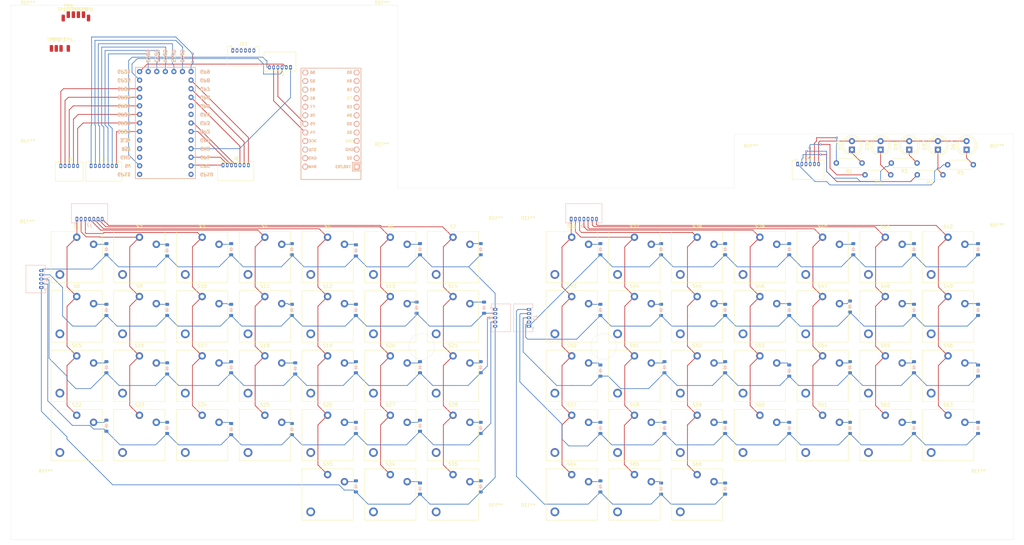
<source format=kicad_pcb>
(kicad_pcb (version 20241229) (generator "pcbnew") (generator_version "9.0")
  (layers (0 "F.Cu" signal) (2 "B.Cu" signal) (13 "F.Paste" user) (15 "B.Paste" user) (5 "F.SilkS" user "F.Silkscreen") (7 "B.SilkS" user "B.Silkscreen") (1 "F.Mask" user) (3 "B.Mask" user) (25 "Edge.Cuts" user))
  (net 0 "")
  (net 1 "Net-(D1-K)")
  (net 2 "Net-(D1-A)")
  (net 3 "Net-(D2-A)")
  (net 4 "Net-(D3-A)")
  (net 5 "Net-(D4-A)")
  (net 6 "Net-(D5-A)")
  (net 7 "Net-(D6-A)")
  (net 8 "Net-(D7-A)")
  (net 9 "Net-(D10-K)")
  (net 10 "Net-(D8-A)")
  (net 11 "Net-(D9-A)")
  (net 12 "Net-(D10-A)")
  (net 13 "Net-(D11-A)")
  (net 14 "Net-(D12-A)")
  (net 15 "Net-(D13-A)")
  (net 16 "Net-(D14-A)")
  (net 17 "Net-(D15-A)")
  (net 18 "Net-(D15-K)")
  (net 19 "Net-(D16-A)")
  (net 20 "Net-(D17-A)")
  (net 21 "Net-(D18-A)")
  (net 22 "Net-(D19-A)")
  (net 23 "Net-(D20-A)")
  (net 24 "Net-(D21-A)")
  (net 25 "Net-(D22-K)")
  (net 26 "Net-(D22-A)")
  (net 27 "Net-(D23-A)")
  (net 28 "Net-(D24-A)")
  (net 29 "Net-(D25-A)")
  (net 30 "Net-(D26-A)")
  (net 31 "Net-(D27-A)")
  (net 32 "Net-(D28-A)")
  (net 33 "Net-(D29-A)")
  (net 34 "Net-(D29-K)")
  (net 35 "Net-(D30-K)")
  (net 36 "Net-(D33-A)")
  (net 37 "Net-(D33-K)")
  (net 38 "Net-(D34-A)")
  (net 39 "Net-(D35-A)")
  (net 40 "Net-(D36-K)")
  (net 41 "Net-(D36-A)")
  (net 42 "Net-(D37-A)")
  (net 43 "Net-(D38-A)")
  (net 44 "Net-(D39-A)")
  (net 45 "Net-(D40-A)")
  (net 46 "Net-(D41-A)")
  (net 47 "Net-(D42-A)")
  (net 48 "Net-(D43-A)")
  (net 49 "Net-(D43-K)")
  (net 50 "Net-(D44-A)")
  (net 51 "Net-(D45-A)")
  (net 52 "Net-(D46-A)")
  (net 53 "Net-(D47-A)")
  (net 54 "Net-(D48-A)")
  (net 55 "Net-(D49-A)")
  (net 56 "Net-(D50-A)")
  (net 57 "Net-(D50-K)")
  (net 58 "Net-(D51-A)")
  (net 59 "Net-(D52-A)")
  (net 60 "Net-(D53-A)")
  (net 61 "Net-(D54-A)")
  (net 62 "Net-(D55-A)")
  (net 63 "Net-(D56-A)")
  (net 64 "Net-(D57-A)")
  (net 65 "Net-(D57-K)")
  (net 66 "Net-(D58-A)")
  (net 67 "Net-(D59-A)")
  (net 68 "Net-(D60-A)")
  (net 69 "Net-(D61-A)")
  (net 70 "Net-(D62-A)")
  (net 71 "Net-(D63-A)")
  (net 72 "Net-(D64-K)")
  (net 73 "Net-(D64-A)")
  (net 74 "Net-(D65-A)")
  (net 75 "Net-(D66-A)")
  (net 76 "Col 12")
  (net 77 "Col 9")
  (net 78 "Col 13")
  (net 79 "Col 10")
  (net 80 "Col 8")
  (net 81 "Col 7")
  (net 82 "Col 11")
  (net 83 "Net-(J5-Pin_1)")
  (net 84 "Net-(J5-Pin_7)")
  (net 85 "Net-(J5-Pin_3)")
  (net 86 "Net-(J5-Pin_6)")
  (net 87 "Net-(J5-Pin_4)")
  (net 88 "Net-(J5-Pin_5)")
  (net 89 "Net-(J5-Pin_2)")
  (net 90 "Col 3")
  (net 91 "Col 5")
  (net 92 "Col 1")
  (net 93 "Col 2")
  (net 94 "Col 6")
  (net 95 "Col 0")
  (net 96 "Col 4")
  (net 97 "Net-(J7-Pin_5)")
  (net 98 "Net-(J7-Pin_3)")
  (net 99 "Net-(J7-Pin_1)")
  (net 100 "Net-(J7-Pin_7)")
  (net 101 "Net-(J7-Pin_4)")
  (net 102 "Net-(J7-Pin_2)")
  (net 103 "Net-(J7-Pin_6)")
  (net 104 "Row 2")
  (net 105 "Row 0")
  (net 106 "Row 1")
  (net 107 "Row 4")
  (net 108 "Row 3")
  (net 109 "Numpad Led")
  (net 110 "Caps Led")
  (net 111 "LED PWR")
  (net 112 "Net-(J11-Pin_5)")
  (net 113 "Net-(J11-Pin_2)")
  (net 114 "Net-(J11-Pin_1)")
  (net 115 "Net-(J11-Pin_6)")
  (net 116 "Net-(J11-Pin_3)")
  (net 117 "Net-(J11-Pin_4)")
  (net 118 "Trackpoint GND")
  (net 119 "Trackpoint Data")
  (net 120 "Trackpoint Clock")
  (net 121 "Net-(D31-K)")
  (net 123 "Net-(D32-K)")
  (net 127 "Net-(D67-K)")
  (net 128 "Trackpoint PWR")
  (net 129 "Power LED GND")
  (net 130 "Net-(J12-Pin_5)")
  (net 131 "Net-(J12-Pin_4)")
  (net 132 "Net-(J12-Pin_3)")
  (net 133 "Net-(J12-Pin_2)")
  (net 134 "Net-(J12-Pin_1)")
  (net 140 "Battery LED")
  (net 149 "Drive LED")
  (footprint "Connector_Wire:SolderWirePad_1x01_SMD_1x2mm" (layer "F.Cu") (at 47.1 27.8)
    (property "Reference" "TP7")
    (property "Value" "TestPoint")
  )
  (footprint "ScottoKeebs_Choc:Choc_V1V2_1.00u" (layer "F.Cu") (at 212 152.5)
    (property "Reference" "S58")
    (property "Value" "Keyswitch")
  )
  (footprint "LED_THT:LED_D5.0mm" (layer "F.Cu") (at 293.5 67.84 90)
    (property "Reference" "D31")
    (property "Value" "LED")
  )
  (footprint "Connector_Wire:SolderWirePad_1x01_SMD_1x2mm" (layer "F.Cu") (at 39.1 37.8)
    (property "Reference" "TP1")
    (property "Value" "TestPoint")
  )
  (footprint "ScottoKeebs_Choc:Choc_V1V2_1.00u" (layer "F.Cu") (at 267.8 134.9)
    (property "Reference" "S54")
    (property "Value" "Keyswitch")
  )
  (footprint "Connector_Wire:SolderWirePad_1x01_SMD_1x2mm" (layer "F.Cu") (at 41.9516 37.8056)
    (property "Reference" "TP3")
    (property "Value" "TestPoint")
  )
  (footprint "MountingHole:MountingHole_4.5mm" (layer "F.Cu") (at 37.4 168.7)
    (property "Reference" "REF**")
    (property "Value" "MountingHole_4.5mm")
  )
  (footprint "Resistor_THT:R_Axial_DIN0207_L6.3mm_D2.5mm_P7.62mm_Horizontal" (layer "F.Cu") (at 279.5 71.8 180)
    (property "Reference" "R1")
    (property "Value" "Resistor 82Ω")
  )
  (footprint "ScottoKeebs_Choc:Choc_V1V2_1.00u" (layer "F.Cu") (at 102.4 152.5)
    (property "Reference" "S25")
    (property "Value" "Keyswitch")
  )
  (footprint "ScottoKeebs_Choc:Choc_V1V2_1.00u" (layer "F.Cu") (at 83.8 117.3)
    (property "Reference" "S10")
    (property "Value" "Keyswitch")
  )
  (footprint "Resistor_THT:R_Axial_DIN0207_L6.3mm_D2.5mm_P7.62mm_Horizontal" (layer "F.Cu") (at 303.5 75.3 180)
    (property "Reference" "R4")
    (property "Value" "Resistor 82Ω")
  )
  (footprint "ScottoKeebs_Choc:Choc_V1V2_1.00u" (layer "F.Cu") (at 305 99.7)
    (property "Reference" "S42")
    (property "Value" "Keyswitch")
  )
  (footprint "ScottoKeebs_Choc:Choc_V1V2_1.00u" (layer "F.Cu") (at 212 117.3)
    (property "Reference" "S44")
    (property "Value" "Keyswitch")
  )
  (footprint "ScottoKeebs_Choc:Choc_V1V2_1.00u" (layer "F.Cu") (at 212 134.9)
    (property "Reference" "S51")
    (property "Value" "Keyswitch")
  )
  (footprint "ScottoKeebs_Choc:Choc_V1V2_1.00u" (layer "F.Cu") (at 139.6 170.1)
    (property "Reference" "S34")
    (property "Value" "Keyswitch")
  )
  (footprint "LED_THT:LED_D5.0mm" (layer "F.Cu") (at 302 67.84 90)
    (property "Reference" "D32")
    (property "Value" "LED")
  )
  (footprint "MountingHole:MountingHole_4.5mm" (layer "F.Cu") (at 170.9 178.8)
    (property "Reference" "REF**")
    (property "Value" "MountingHole_4.5mm")
  )
  (footprint "MountingHole:MountingHole_4.5mm" (layer "F.Cu") (at 170.9 93.7)
    (property "Reference" "REF**")
    (property "Value" "MountingHole_4.5mm")
  )
  (footprint "ScottoKeebs_Choc:Choc_V1V2_1.00u" (layer "F.Cu") (at 193.4 134.9)
    (property "Reference" "S50")
    (property "Value" "Keyswitch")
  )
  (footprint "ScottoKeebs_Choc:Choc_V1V2_1.00u" (layer "F.Cu") (at 230.6 99.7)
    (property "Reference" "S38")
    (property "Value" "Keyswitch")
  )
  (footprint "ScottoKeebs_Choc:Choc_V1V2_1.00u" (layer "F.Cu") (at 121 117.3)
    (property "Reference" "S12")
    (property "Value" "Keyswitch")
  )
  (footprint "ScottoKeebs_Choc:Choc_V1V2_1.00u" (layer "F.Cu") (at 83.8 99.7)
    (property "Reference" "S3")
    (property "Value" "Keyswitch")
  )
  (footprint "LED_THT:LED_D5.0mm" (layer "F.Cu") (at 276.5 67.84 90)
    (property "Reference" "D29")
    (property "Value" "LED")
  )
  (footprint "Resistor_THT:R_Axial_DIN0207_L6.3mm_D2.5mm_P7.62mm_Horizontal" (layer "F.Cu") (at 312.5 72.3 180)
    (property "Reference" "R5")
    (property "Value" "Resistor 82Ω")
  )
  (footprint "ScottoKeebs_Choc:Choc_V1V2_1.00u" (layer "F.Cu") (at 139.6 152.5)
    (property "Reference" "S27")
    (property "Value" "Keyswitch")
  )
  (footprint "ScottoKeebs_Choc:Choc_V1V2_1.00u" (layer "F.Cu") (at 249.2 99.7)
    (property "Reference" "S39")
    (property "Value" "Keyswitch")
  )
  (footprint "MountingHole:MountingHole_4.5mm" (layer "F.Cu") (at 32.1 70.8)
    (property "Reference" "REF**")
    (property "Value" "MountingHole_4.5mm")
  )
  (footprint "ScottoKeebs_Choc:Choc_V1V2_1.00u" (layer "F.Cu") (at 121 134.9)
    (property "Reference" "S19")
    (property "Value" "Keyswitch")
  )
  (footprint "ScottoKeebs_Choc:Choc_V1V2_1.00u" (layer "F.Cu") (at 267.8 117.3)
    (property "Reference" "S47")
    (property "Value" "Keyswitch")
  )
  (footprint "ScottoKeebs_Choc:Choc_V1V2_1.00u" (layer "F.Cu") (at 286.4 99.7)
    (property "Reference" "S41")
    (property "Value" "Keyswitch")
  )
  (footprint "ScottoKeebs_Choc:Choc_V1V2_1.00u" (layer "F.Cu") (at 249.2 152.5)
    (property "Reference" "S60")
    (property "Value" "Keyswitch")
  )
  (footprint "ScottoKeebs_Choc:Choc_V1V2_1.00u" (layer "F.Cu") (at 158.2 117.3)
    (property "Reference" "S14")
    (property "Value" "Keyswitch")
  )
  (footprint "Connector_Wire:SolderWirePad_1x01_SMD_1x2mm" (layer "F.Cu") (at 40.5292 37.8)
    (property "Reference" "TP2")
    (property "Value" "TestPoint")
  )
  (footprint "ScottoKeebs_Choc:Choc_V1V2_1.00u" (layer "F.Cu") (at 121 152.5)
    (property "Reference" "S26")
    (property "Value" "Keyswitch")
  )
  (footprint "Connector_Molex:Molex_PicoBlade_53048-0710_1x07_P1.25mm_Horizontal" (layer "F.Cu") (at 50.88 72.65)
    (property "Reference" "J4")
    (property "Value" "Conn_01x07_Socket")
  )
  (footprint "ScottoKeebs_Choc:Choc_V1V2_1.00u" (layer "F.Cu") (at 121 170.1)
    (property "Reference" "S33")
    (property "Value" "Keyswitch")
  )
  (footprint "MountingHole:MountingHole_4.5mm" (layer "F.Cu") (at 180.5 93.7)
    (property "Reference" "REF**")
    (property "Value" "MountingHole_4.5mm")
  )
  (footprint "MountingHole:MountingHole_4.5mm" (layer "F.Cu") (at 32.1 29.8)
    (property "Reference" "REF**")
    (property "Value" "MountingHole_4.5mm")
  )
  (footprint "Connector_Wire:SolderWirePad_1x01_SMD_1x2mm" (layer "F.Cu") (at 48.6 27.8)
    (property "Reference" "TP6")
    (property "Value" "TestPoint")
  )
  (footprint "ScottoKeebs_Choc:Choc_V1V2_1.00u" (layer "F.Cu") (at 193.4 170.1)
    (property "Reference" "S64")
    (property "Value" "Keyswitch" (hide yes))
  )
  (footprint "ScottoKeebs_Choc:Choc_V1V2_1.00u" (layer "F.Cu") (at 305 117.3)
    (property "Reference" "S49")
    (property "Value" "Keyswitch")
  )
  (footprint "Connector_Wire:SolderWirePad_1x01_SMD_1x2mm" (layer "F.Cu") (at 42.6 28.8)
    (property "Reference" "TP10")
    (property "Value" "TestPoint")
  )
  (footprint "ScottoKeebs_Choc:Choc_V1V2_1.00u" (layer "F.Cu") (at 102.4 134.9)
    (property "Reference" "S18")
    (property "Value" "Keyswitch")
  )
  (footprint "Connector_Wire:SolderWirePad_1x01_SMD_1x2mm" (layer "F.Cu") (at 44.1 27.8)
    (property "Reference" "TP9")
    (property "Value" "TestPoint")
  )
  (footprint "ScottoKeebs_Choc:Choc_V1V2_1.00u" (layer "F.Cu") (at 230.6 170.1)
    (property "Reference" "S66")
    (property "Value" "Keyswitch" (hide yes))
  )
  (footprint "ScottoKeebs_Choc:Choc_V1V2_1.00u" (layer "F.Cu") (at 65.2 152.5)
    (property "Reference" "S23")
    (property "Value" "Keyswitch")
  )
  (footprint "Resistor_THT:R_Axial_DIN0207_L6.3mm_D2.5mm_P7.62mm_Horizontal" (layer "F.Cu") (at 295.81 71.8 180)
    (property "Reference" "R3")
    (property "Value" "Resistor 82Ω")
  )
  (footprint "ScottoKeebs_Choc:Choc_V1V2_1.00u" (layer "F.Cu") (at 230.6 117.3)
    (property "Reference" "S45")
    (property "Value" "Keyswitch")
  )
  (footprint "ScottoKeebs_Choc:Choc_V1V2_1.00u" (layer "F.Cu") (at 212 170.1)
    (property "Reference" "S65")
    (property "Value" "Keyswitch" (hide yes))
  )
  (footprint "Connector_Molex:Molex_PicoBlade_53048-0610_1x06_P1.25mm_Horizontal" (layer "F.Cu") (at 92.875 38.42)
    (property "Reference" "J11")
    (property "Value" "Conn_01x06_Socket")
  )
  (footprint "ScottoKeebs_Choc:Choc_V1V2_1.00u" (layer "F.Cu") (at 158.2 152.5)
    (property "Reference" "S28")
    (property "Value" "Keyswitch")
  )
  (footprint "MountingHole:MountingHole_4.5mm" (layer "F.Cu") (at 319.5 95.7)
    (property "Reference" "REF**")
    (property "Value" "MountingHole_4.5mm")
  )
  (footprint "ScottoKeebs_Choc:Choc_V1V2_1.00u" (layer "F.Cu") (at 158.2 134.9)
    (property "Reference" "S21")
    (property "Value" "Keyswitch")
  )
  (footprint "MountingHole:MountingHole_4.5mm" (layer "F.Cu") (at 137.1 29.8)
    (property "Reference" "REF**")
    (property "Value" "MountingHole_4.5mm")
  )
  (footprint "ScottoKeebs_Choc:Choc_V1V2_1.00u" (layer "F.Cu") (at 65.2 117.3)
    (property "Reference" "S9")
    (property "Value" "Keyswitch")
  )
  (footprint "ScottoKeebs_Choc:Choc_V1V2_1.00u" (layer "F.Cu") (at 267.8 152.5)
    (property "Reference" "S61")
    (property "Value" "Keyswitch")
  )
  (footprint "Connector_Molex:Molex_PicoBlade_53048-0610_1x06_P1.25mm_Horizontal" (layer "F.Cu") (at 110 43.42 180)
    (property "Reference" "J10")
    (property "Value" "Conn_01x06_Socket")
  )
  (footprint "ScottoKeebs_Choc:Choc_V1V2_1.00u" (layer "F.Cu") (at 158.2 170.1)
    (property "Reference" "S35")
    (property "Value" "Keyswitch")
  )
  (footprint "ScottoKeebs_Choc:Choc_V1V2_1.00u" (layer "F.Cu") (at 212 99.7)
    (property "Reference" "S37")
    (property "Value" "Keyswitch")
  )
  (footprint "ScottoKeebs_Choc:Choc_V1V2_1.00u" (layer "F.Cu") (at 249.2 134.9)
    (property "Reference" "S53")
    (property "Value" "Keyswitch")
  )
  (footprint "ScottoKeebs_Choc:Choc_V1V2_1.00u" (layer "F.Cu") (at 65.2 99.7)
    (property "Reference" "S2")
    (property "Value" "Keyswitch")
  )
  (footprint "Connector_Wire:SolderWirePad_1x01_SMD_1x2mm" (layer "F.Cu") (at 50.1 28.8)
    (property "Reference" "TP5")
    (property "Value" "TestPoint")
  )
  (footprint "ScottoKeebs_Choc:Choc_V1V2_1.00u" (layer "F.Cu") (at 193.4 152.5)
    (property "Reference" "S57")
    (property "Value" "Keyswitch")
  )
  (footprint "ScottoKeebs_Choc:Choc_V1V2_1.00u" (layer "F.Cu") (at 102.4 99.7)
    (property "Reference" "S4")
    (property "Value" "Keyswitch")
  )
  (footprint "LED_THT:LED_D5.0mm" (layer "F.Cu") (at 285 67.84 90)
    (property "Reference" "D30")
    (property "Value" "LED")
  )
  (footprint "ScottoKeebs_Choc:Choc_V1V2_1.00u" (layer "F.Cu") (at 83.8 134.9)
    (property "Reference" "S17")
    (property "Value" "Keyswitch")
  )
  (footprint "ScottoKeebs_MCU:RP2040_Pro_Micro" (layer "F.Cu") (at 72.88 58.65 180)
    (property "Reference" "U1" (hide yes))
    (property "Value" "RP2040_Pro_Micro" (hide yes))
  )
  (footprint "MountingHole:MountingHole_4.5mm" (layer "F.Cu") (at 314 168.7)
    (property "Reference" "REF**")
    (property "Value" "MountingHole_4.5mm")
  )
  (footprint "ScottoKeebs_Choc:Choc_V1V2_1.00u" (layer "F.Cu") (at 286.4 152.5)
    (property "Reference" "S62")
    (property "Value" "Keyswitch")
  )
  (footprint "Connector_Molex:Molex_PicoBlade_53048-0610_1x06_P1.25mm_Horizontal" (layer "F.Cu") (at 260.375 72.1)
    (property "Reference" "J12")
    (property "Value" "Conn_01x06_Socket")
  )
  (footprint "MountingHole:MountingHole_4.5mm" (layer "F.Cu") (at 319.5 72.3)
    (property "Reference" "REF**")
    (property "Value" "MountingHole_4.5mm")
  )
  (footprint "ScottoKeebs_Choc:Choc_V1V2_1.00u" (layer "F.Cu") (at 230.6 152.5)
    (property "Reference" "S59")
    (property "Value" "Keyswitch")
  )
  (footprint "ScottoKeebs_Choc:Choc_V1V2_1.00u" (layer "F.Cu") (at 193.4 117.3)
    (property "Reference" "S43")
    (property "Value" "Keyswitch")
  )
  (footprint "ScottoKeebs_Choc:Choc_V1V2_1.00u" (layer "F.Cu") (at 249.2 117.3)
    (property "Reference" "S46")
    (property "Value" "Keyswitch")
  )
  (footprint "ScottoKeebs_MCU:Arduino_Pro_Micro" (layer "F.Cu") (at 122 58.92 180)
    (property "Reference" "U2" (hide yes))
    (property "Value" "Arduino_Pro_Micro" (hide yes))
  )
  (footprint "ScottoKeebs_Choc:Choc_V1V2_1.00u" (layer "F.Cu") (at 305 134.9)
    (property "Reference" "S56")
    (property "Value" "Keyswitch")
  )
  (footprint "ScottoKeebs_Choc:Choc_V1V2_1.00u" (layer "F.Cu") (at 286.4 134.9)
    (property "Reference" "S55")
    (property "Value" "Keyswitch")
  )
  (footprint "ScottoKeebs_Choc:Choc_V1V2_1.00u" (layer "F.Cu") (at 139.6 134.9)
    (property "Reference" "S20")
    (property "Value" "Keyswitch")
  )
  (footprint "ScottoKeebs_Choc:Choc_V1V2_1.00u" (layer "F.Cu") (at 158.2 99.7)
    (property "Reference" "S7")
    (property "Value" "Keyswitch")
  )
  (footprint "Connector_Molex:Molex_PicoBlade_53048-0710_1x07_P1.25mm_Horizontal" (layer "F.Cu") (at 90 72.42)
    (property "Reference" "J6")
    (property "Value" "Conn_01x07_Socket")
  )
  (footprint "ScottoKeebs_Choc:Choc_V1V2_1.00u" (layer "F.Cu") (at 121 99.7)
    (property "Reference" "S5")
    (property "Value" "Keyswitch")
  )
  (footprint "ScottoKeebs_Choc:Choc_V1V2_1.00u" (layer "F.Cu") (at 139.6 99.7)
    (property "Reference" "S6")
    (property "Value" "Keyswitch")
  )
  (footprint "ScottoKeebs_Choc:Choc_V1V2_1.00u" (layer "F.Cu") (at 267.8 99.7)
    (property "Reference" "S40")
    (property "Value" "Keyswitch")
  )
  (footprint "ScottoKeebs_Choc:Choc_V1V2_1.00u" (layer "F.Cu") (at 65.2 134.9)
    (property "Reference" "S16")
    (property "Value" "Keyswitch")
  )
  (footprint "Connector_Wire:SolderWirePad_1x01_SMD_1x2mm" (layer "F.Cu") (at 44.1 37.8)
    (property "Reference" "TP4")
    (property "Value" "TestPoint")
  )
  (footprint "ScottoKeebs_Choc:Choc_V1V2_1.00u" (layer "F.Cu") (at 83.8 152.5)
    (property "Reference" "S24")
    (property "Value" "Keyswitch")
  )
  (footprint "ScottoKeebs_Choc:Choc_V1V2_1.00u" (layer "F.Cu") (at 230.6 134.9)
    (property "Reference" "S52")
    (property "Value" "Keyswitch")
  )
  (footprint "MountingHole:MountingHole_4.5mm" (layer "F.Cu") (at 137.1 71.8)
    (property "Reference" "REF**")
    (property "Value" "MountingHole_4.5mm")
  )
  (footprint "ScottoKeebs_Choc:Choc_V1V2_1.00u" (layer "F.Cu") (at 305 152.5)
    (property "Reference" "S63")
    (property "Value" "Keyswitch")
  )
  (footprint "ScottoKeebs_Choc:Choc_V1V2_1.00u" (layer "F.Cu") (at 193.4 99.7)
    (property "Reference" "S36")
    (property "Value" "Keyswitch")
  )
  (footprint "ScottoKeebs_Choc:Choc_V1V2_1.00u" (layer "F.Cu") (at 139.6 117.3)
    (property "Reference" "S13")
    (property "Value" "Keyswitch")
  )
  (footprint "MountingHole:MountingHole_4.5mm" (layer "F.Cu") (at 180.5 178.8)
    (property "Reference" "REF**")
    (property "Value" "MountingHole_4.5mm")
  )
  (footprint "ScottoKeebs_Choc:Choc_V1V2_1.00u" (layer "F.Cu") (at 46.6 117.3)
    (property "Reference" "S8")
    (property "Value" "Keyswitch")
  )
  (footprint "ScottoKeebs_Choc:Choc_V1V2_1.00u" (layer "F.Cu") (at 102.4 117.3)
    (property "Reference" "S11")
    (property "Value" "Keyswitch")
  )
  (footprint "ScottoKeebs_Choc:Choc_V1V2_1.00u" (layer "F.Cu") (at 46.6 152.5)
    (property "Reference" "S22")
    (property "Value" "Keyswitch")
  )
  (footprint "LED_THT:LED_D5.0mm" (layer "F.Cu") (at 310.5 67.84 90)
    (property "Reference" "D67")
    (property "Value" "LED")
  )
  (footprint "MountingHole:MountingHole_4.5mm" (layer "F.Cu") (at 31.9 94.7)
    (property "Reference" "REF**")
    (property "Value" "MountingHole_4.5mm")
  )
  (footprint "Connector_Molex:Molex_PicoBlade_53048-0510_1x05_P1.25mm_Horizontal" (layer "F.Cu") (at 41.88 72.65)
    (property "Reference" "J8")
    (property "Value" "Conn_01x05_Socket")
  )
  (footprint "ScottoKeebs_Choc:Choc_V1V2_1.00u" (layer "F.Cu") (at 286.4 117.3)
    (property "Reference" "S48")
    (property "Value" "Keyswitch")
  )
  (footprint "ScottoKeebs_Choc:Choc_V1V2_1.00u" (layer "F.Cu") (at 46.6 134.9)
    (property "Reference" "S15")
    (property "Value" "Keyswitch")
  )
  (footprint "Connector_Wire:SolderWirePad_1x01_SMD_1x2mm" (layer "F.Cu") (at 45.6 27.8)
    (property "Reference" "TP8")
    (property "Value" "TestPoint")
  )
  (footprint "ScottoKeebs_Choc:Choc_V1V2_1.00u" (layer "F.Cu") (at 46.6 99.7)
    (property "Reference" "S1")
    (property "Value" "Keyswitch")
  )
  (footprint "MountingHole:MountingHole_4.5mm" (layer "F.Cu") (at 246.5 72.3)
    (property "Reference" "REF**")
    (property "Value" "MountingHole_4.5mm")
  )
  (footprint "Resistor_THT:R_Axial_DIN0207_L6.3mm_D2.5mm_P7.62mm_Horizontal" (layer "F.Cu") (at 288 75.3 180)
    (property "Reference" "R2")
    (property "Value" "Resistor 82Ω")
  )
  (footprint "ScottoKeebs_Components:Diode_SOD-123" (layer "B.Cu") (at 110.4 115.35 90)
    (property "Reference" "D11" (hide yes))
    (property "Value" "Diode")
  )
  (footprint "ScottoKeebs_Components:Diode_SOD-123" (layer "B.Cu") (at 73.4 132.7 90)
    (property "Reference" "D16" (hide yes))
    (property "Value" "Diode")
  )
  (footprint "ScottoKeebs_Components:Diode_SOD-123" (layer "B.Cu") (at 148.4 149.7 90)
    (property "Reference" "D27" (hide yes))
    (property "Value" "Diode")
  )
  (footprint "ScottoKeebs_Components:Diode_SOD-123" (layer "B.Cu") (at 129.4 132.35 90)
    (property "Reference" "D19" (hide yes))
    (property "Value" "Diode")
  )
  (footprint "Connector_Molex:Molex_PicoBlade_53048-0710_1x07_P1.25mm_Horizontal" (layer "B.Cu") (at 193.25 88.4)
    (property "Reference" "J5")
    (property "Value" "Conn_01x07_Socket")
  )
  (footprint "ScottoKeebs_Components:Diode_SOD-123" (layer "B.Cu") (at 166.4 167.7 90)
    (property "Reference" "D35" (hide yes))
    (property "Value" "Diode")
  )
  (footprint "Connector_Molex:Molex_PicoBlade_53048-0510_1x05_P1.25mm_Horizontal" (layer "B.Cu") (at 36.1 108.7 90)
    (property "Reference" "J3")
    (property "Value" "Conn_01x05_Socket")
  )
  (footprint "ScottoKeebs_Components:Diode_SOD-123" (layer "B.Cu") (at 129.4 150.35 90)
    (property "Reference" "D26" (hide yes))
    (property "Value" "Diode")
  )
  (footprint "ScottoKeebs_Components:Diode_SOD-123" (layer "B.Cu") (at 201.9 133.35 90)
    (property "Reference" "D50" (hide yes))
    (property "Value" "Diode")
  )
  (footprint "ScottoKeebs_Components:Diode_SOD-123" (layer "B.Cu") (at 129.4 115.35 90)
    (property "Reference" "D12" (hide yes))
    (property "Value" "Diode")
  )
  (footprint "ScottoKeebs_Components:Diode_SOD-123" (layer "B.Cu") (at 129.4 97.7 90)
    (property "Reference" "D5" (hide yes))
    (property "Value" "Diode")
  )
  (footprint "ScottoKeebs_Components:Diode_SOD-123" (layer "B.Cu") (at 55.4 132.35 90)
    (property "Reference" "D15" (hide yes))
    (property "Value" "Diode")
  )
  (footprint "ScottoKeebs_Components:Diode_SOD-123" (layer "B.Cu") (at 92.4 150.7 90)
    (property "Reference" "D24" (hide yes))
    (property "Value" "Diode")
  )
  (footprint "ScottoKeebs_Components:Diode_SOD-123" (layer "B.Cu") (at 313.9 115.35 90)
    (property "Reference" "D49" (hide yes))
    (property "Value" "Diode")
  )
  (footprint "ScottoKeebs_Components:Diode_SOD-123" (layer "B.Cu") (at 111.4 132.7 90)
    (property "Reference" "D18" (hide yes))
    (property "Value" "Diode")
  )
  (footprint "ScottoKeebs_Components:Diode_SOD-123" (layer "B.Cu") (at 238.9 168.35 90)
    (property "Reference" "D66" (hide yes))
    (property "Value" "Diode")
  )
  (footprint "ScottoKeebs_Components:Diode_SOD-123" (layer "B.Cu") (at 55.4 115.35 90)
    (property "Reference" "D8" (hide yes))
    (property "Value" "Diode")
  )
  (footprint "ScottoKeebs_Components:Diode_SOD-123" (layer "B.Cu") (at 148.4 97.35 90)
    (property "Reference" "D6" (hide yes))
    (property "Value" "Diode")
  )
  (footprint "ScottoKeebs_Components:Diode_SOD-123" (layer "B.Cu") (at 220.9 132.35 90)
    (property "Reference" "D51" (hide yes))
    (property "Value" "Diode")
  )
  (footprint "ScottoKeebs_Components:Diode_SOD-123" (layer "B.Cu") (at 257.9 150.35 90)
    (property "Reference" "D60" (hide yes))
    (property "Value" "Diode")
  )
  (footprint "ScottoKeebs_Components:Diode_SOD-123" (layer "B.Cu") (at 257.9 115.35 90)
    (property "Reference" "D46" (hide yes))
    (property "Value" "Diode")
  )
  (footprint "ScottoKeebs_Components:Diode_SOD-123" (layer "B.Cu") (at 257.9 133.35 90)
    (property "Reference" "D53" (hide yes))
    (property "Value" "Diode")
  )
  (footprint "Connector_Molex:Molex_PicoBlade_53048-0510_1x05_P1.25mm_Horizontal" (layer "B.Cu") (at 170.7 115.2 -90)
    (property "Reference" "J1")
    (property "Value" "Conn_01x05_Socket")
  )
  (footprint "ScottoKeebs_Components:Diode_SOD-123" (layer "B.Cu") (at 110.4 150.7 90)
    (property "Reference" "D25" (hide yes))
    (property "Value" "Diode")
  )
  (footprint "Connector_Molex:Molex_PicoBlade_53048-0510_1x05_P1.25mm_Horizontal" (layer "B.Cu") (at 180.7 120.2 90)
    (property "Reference" "J2")
    (property "Value" "Conn_01x05_Socket")
  )
  (footprint "ScottoKeebs_Components:Diode_SOD-123" (layer "B.Cu") (at 238.9 115.35 90)
    (property "Reference" "D45" (hide yes))
    (property "Value" "Diode")
  )
  (footprint "ScottoKeebs_Components:Diode_SOD-123" (layer "B.Cu") (at 238.9 150.35 90)
    (property "Reference" "D59" (hide yes))
    (property "Value" "Diode")
  )
  (footprint "ScottoKeebs_Components:Diode_SOD-123" (layer "B.Cu") (at 148.4 132.35 90)
    (property "Reference" "D20" (hide yes))
    (property "Value" "Diode")
  )
  (footprint "ScottoKeebs_Components:Diode_SOD-123" (layer "B.Cu") (at 201.9 150.35 90)
    (property "Reference" "D57" (hide yes))
    (property "Value" "Diode")
  )
  (footprint "ScottoKeebs_Components:Diode_SOD-123" (layer "B.Cu") (at 219.9 168.35 90)
    (property "Reference" "D65" (hide yes))
    (property "Value" "Diode")
  )
  (footprint "ScottoKeebs_Components:Diode_SOD-123" (layer "B.Cu") (at 73.4 150.35 90)
    (property "Reference" "D23" (hide yes))
    (property "Value" "Diode")
  )
  (footprint "ScottoKeebs_Components:Diode_SOD-123" (layer "B.Cu") (at 219.9 97.35 90)
    (property "Reference" "D37" (hide yes))
    (property "Value" "Diode")
  )
  (footprint "ScottoKeebs_Components:Diode_SOD-123" (layer "B.Cu") (at 110.4 97.35 90)
    (property "Reference" "D4" (hide yes))
    (property "Value" "Diode")
  )
  (footprint "ScottoKeebs_Components:Diode_SOD-123" (layer "B.Cu") (at 73.4 97.7 90)
    (property "Reference" "D2" (hide yes))
    (property "Value" "Diode")
  )
  (footprint "ScottoKeebs_Components:Diode_SOD-123" (layer "B.Cu") (at 92.4 115.35 90)
    (property "Reference" "D10" (hide yes))
    (property "Value" "Diode")
  )
  (footprint "ScottoKeebs_Components:Diode_SOD-123" (layer "B.Cu") (at 257.9 97.35 90)
    (property "Reference" "D39" (hide yes))
    (property "Value" "Diode")
  )
  (footprint "ScottoKeebs_Components:Diode_SOD-123" (layer "B.Cu") (at 313.9 133.35 90)
    (property "Reference" "D56" (hide yes))
    (property "Value" "Diode")
  )
  (footprint "ScottoKeebs_Components:Diode_SOD-123" (layer "B.Cu") (at 313.9 150.35 90)
    (property "Reference" "D63" (hide yes))
    (property "Value" "Diode")
  )
  (footprint "Connector_Molex:Molex_PicoBlade_53048-0710_1x07_P1.25mm_Horizontal" (layer "B.Cu") (at 46.65 88.4)
    (property "Reference" "J7")
    (property "Value" "Conn_01x07_Socket")
  )
  (footprint "ScottoKeebs_Components:Diode_SOD-123" (layer "B.Cu") (at 275.9 114.35 90)
    (property "Reference" "D47" (hide yes))
    (property "Value" "Diode")
  )
  (footprint "ScottoKeebs_Components:Diode_SOD-123" (layer "B.Cu") (at 55.4 97.35 90)
    (property "Reference" "D1" (hide yes))
    (property "Value" "Diode")
  )
  (footprint "ScottoKeebs_Components:Diode_SOD-123" (layer "B.Cu") (at 238.9 132.35 90)
    (property "Reference" "D52" (hide yes))
    (property "Value" "Diode")
  )
  (footprint "ScottoKeebs_Components:Diode_SOD-123" (layer "B.Cu") (at 276.9 97.35 90)
    (property "Reference" "D40" (hide yes))
    (property "Value" "Diode")
  )
  (footprint "ScottoKeebs_Components:Diode_SOD-123" (layer "B.Cu") (at 147.4 114.7 90)
    (property "Reference" "D13" (hide yes))
    (property "Value" "Diode")
  )
  (footprint "ScottoKeebs_Components:Diode_SOD-123" (layer "B.Cu") (at 238.9 97.35 90)
    (property "Reference" "D38" (hide yes))
    (property "Value" "Diode")
  )
  (footprint "ScottoKeebs_Components:Diode_SOD-123" (layer "B.Cu") (at 294.9 97.35 90)
    (property "Reference" "D41" (hide yes))
    (property "Value" "Diode")
  )
  (footprint "ScottoKeebs_Components:Diode_SOD-123" (layer "B.Cu") (at 201.9 97.35 90)
    (property "Reference" "D36" (hide yes))
    (property "Value" "Diode")
  )
  (footprint "ScottoKeebs_Components:Diode_SOD-123" (layer "B.Cu") (at 220.9 150.35 90)
    (property "Reference" "D58" (hide yes))
    (property "Value" "Diode")
  )
  (footprint "ScottoKeebs_Components:Diode_SOD-123" (layer "B.Cu") (at 92.4 97.35 90)
    (property "Reference" "D3" (hide yes))
    (property "Value" "Diode")
  )
  (footprint "ScottoKeebs_Components:Diode_SOD-123" (layer "B.Cu") (at 167.4 114.7 90)
    (property "Reference" "D14" (hide yes))
    (property "Value" "Diode")
  )
  (footprint "ScottoKeebs_Components:Diode_SOD-123" (layer "B.Cu") (at 294.9 115.35 90)
    (property "Reference" "D48" (hide yes))
    (property "Value" "Diode")
  )
  (footprint "ScottoKeebs_Components:Diode_SOD-123" (layer "B.Cu") (at 166.4 150.35 90)
    (property "Reference" "D28" (hide yes))
    (property "Value" "Diode")
  )
  (footprint "ScottoKeebs_Components:Diode_SOD-123" (layer "B.Cu") (at 201.9 115.35 90)
    (property "Reference" "D43" (hide yes))
    (property "Value" "Diode")
  )
  (footprint "ScottoKeebs_Components:Diode_SOD-123" (layer "B.Cu") (at 166.4 132.35 90)
    (property "Reference" "D21" (hide yes))
    (property "Value" "Diode")
  )
  (footprint "ScottoKeebs_Components:Diode_SOD-123" (layer "B.Cu") (at 275.9 150.35 90)
    (property "Reference" "D61" (hide yes))
    (property "Value" "Diode")
  )
  (footprint "ScottoKeebs_Components:Diode_SOD-123" (layer "B.Cu") (at 73.4 115.35 90)
    (property "Reference" "D9" (hide yes))
    (property "Value" "Diode")
  )
  (footprint "ScottoKeebs_Components:Diode_SOD-123" (layer "B.Cu") (at 201.9 167.7 90)
    (property "Reference" "D64" (hide yes))
    (property "Value" "Diode")
  )
  (footprint "ScottoKeebs_Components:Diode_SOD-123" (layer "B.Cu") (at 219.9 115.35 90)
    (property "Reference" "D44" (hide yes))
    (property "Value" "Diode")
  )
  (footprint "ScottoKeebs_Components:Diode_SOD-123" (layer "B.Cu") (at 129.4 167.7 90)
    (property "Reference" "D33" (hide yes))
    (property "Value" "Diode")
  )
  (footprint "ScottoKeebs_Components:Diode_SOD-123" (layer "B.Cu") (at 313.9 97.35 90)
    (property "Reference" "D42" (hide yes))
    (property "Value" "Diode")
  )
  (footprint "ScottoKeebs_Components:Diode_SOD-123" (layer "B.Cu") (at 294.9 132.35 90)
    (property "Reference" "D55" (hide yes))
    (property "Value" "Diode")
  )
  (footprint "ScottoKeebs_Components:Diode_SOD-123" (layer "B.Cu") (at 148.4 168.35 90)
    (property "Reference" "D34" (hide yes))
    (property "Value" "Diode")
  )
  (footprint "ScottoKeebs_Components:Diode_SOD-123" (layer "B.Cu") (at 166.4 97.35 90)
    (property "Reference" "D7" (hide yes))
    (property "Value" "Diode")
  )
  (footprint "ScottoKeebs_Components:Diode_SOD-123" (layer "B.Cu") (at 275.9 132.35 90)
    (property "Reference" "D54" (hide yes))
    (property "Value" "Diode")
  )
  (footprint "ScottoKeebs_Components:Diode_SOD-123" (layer "B.Cu") (at 92.4 132.35 90)
    (property "Reference" "D17" (hide yes))
    (property "Value" "Diode")
  )
  (footprint "ScottoKeebs_Components:Diode_SOD-123" (layer "B.Cu") (at 294.9 150.35 90)
    (property "Reference" "D62" (hide yes))
    (property "Value" "Diode")
  )
  (footprint "ScottoKeebs_Components:Diode_SOD-123" (layer "B.Cu") (at 55.4 149.7 90)
    (property "Reference" "D22" (hide yes))
    (property "Value" "Diode")
  )
  (gr_poly (pts (xy 141.8 79.2) (xy 175.7 79.2) (xy 241.6 79.2) (xy 241.6 63.2) (xy 324.3 63.2) (xy 324.3 79.2) (xy 324.3 183.55) (xy 175.7 183.55) (xy 27.1 183.55) (xy 27.1 79.22) (xy 27.1 25.02) (xy 141.8 25.02)) (stroke (width 0.05)) (fill no) (layer "Edge.Cuts"))
  (gr_circle (center 202.8 126.2) (end 206.6 126.2) (stroke (width 0.05)) (fill no) (layer "Edge.Cuts"))
  (gr_circle (center 148.9 126.2) (end 152.7 126.2) (stroke (width 0.05)) (fill no) (layer "Edge.Cuts"))
  (segment (start 162.824 102.576) (end 170.7 110.452) (width 0.2) (layer "B.Cu") (net 1))
  (segment (start 51.151 103.249) (end 55.4 99) (width 0.2) (layer "B.Cu") (net 1))
  (segment (start 73.4 99.35) (end 76.626 102.576) (width 0.2) (layer "B.Cu") (net 1))
  (segment (start 170.7 110.452) (end 170.7 115.2) (width 0.2) (layer "B.Cu") (net 1))
  (segment (start 36.1 103.7) (end 36.551 103.249) (width 0.2) (layer "B.Cu") (net 1))
  (segment (start 144.824 102.576) (end 148.4 99) (width 0.2) (layer "B.Cu") (net 1))
  (segment (start 162.824 102.576) (end 166.4 99) (width 0.2) (layer "B.Cu") (net 1))
  (segment (start 129.4 99.35) (end 126.174 102.576) (width 0.2) (layer "B.Cu") (net 1))
  (segment (start 88.824 102.576) (end 92.4 99) (width 0.2) (layer "B.Cu") (net 1))
  (segment (start 126.174 102.576) (end 113.976 102.576) (width 0.2) (layer "B.Cu") (net 1))
  (segment (start 107.274 102.576) (end 95.976 102.576) (width 0.2) (layer "B.Cu") (net 1))
  (segment (start 58.976 102.576) (end 70.174 102.576) (width 0.2) (layer "B.Cu") (net 1))
  (segment (start 151.976 102.576) (end 162.824 102.576) (width 0.2) (layer "B.Cu") (net 1))
  (segment (start 129.4 99.35) (end 132.626 102.576) (width 0.2) (layer "B.Cu") (net 1))
  (segment (start 110.4 99.45) (end 107.274 102.576) (width 0.2) (layer "B.Cu") (net 1))
  (segment (start 148.4 99) (end 151.976 102.576) (width 0.2) (layer "B.Cu") (net 1))
  (segment (start 70.174 102.576) (end 73.4 99.35) (width 0.2) (layer "B.Cu") (net 1))
  (segment (start 55.4 99) (end 58.976 102.576) (width 0.2) (layer "B.Cu") (net 1))
  (segment (start 76.626 102.576) (end 88.824 102.576) (width 0.2) (layer "B.Cu") (net 1))
  (segment (start 110.4 99) (end 110.4 99.45) (width 0.2) (layer "B.Cu") (net 1))
  (segment (start 95.976 102.576) (end 92.4 99) (width 0.2) (layer "B.Cu") (net 1))
  (segment (start 36.551 103.249) (end 51.151 103.249) (width 0.2) (layer "B.Cu") (net 1))
  (segment (start 132.626 102.576) (end 144.824 102.576) (width 0.2) (layer "B.Cu") (net 1))
  (segment (start 113.976 102.576) (end 110.4 99) (width 0.2) (layer "B.Cu") (net 1))
  (segment (start 55.2 95.9) (end 55.4 95.7) (width 0.2) (layer "B.Cu") (net 2))
  (segment (start 51.6 95.9) (end 55.2 95.9) (width 0.2) (layer "B.Cu") (net 2))
  (segment (start 73.25 95.9) (end 73.4 96.05) (width 0.2) (layer "B.Cu") (net 3))
  (segment (start 70.2 95.9) (end 73.25 95.9) (width 0.2) (layer "B.Cu") (net 3))
  (segment (start 88.8 95.9) (end 92.2 95.9) (width 0.2) (layer "B.Cu") (net 4))
  (segment (start 92.2 95.9) (end 92.4 95.7) (width 0.2) (layer "B.Cu") (net 4))
  (segment (start 110.2 95.9) (end 110.4 95.7) (width 0.2) (layer "B.Cu") (net 5))
  (segment (start 107.4 95.9) (end 110.2 95.9) (width 0.2) (layer "B.Cu") (net 5))
  (segment (start 126 95.9) (end 129.25 95.9) (width 0.2) (layer "B.Cu") (net 6))
  (segment (start 129.25 95.9) (end 129.4 96.05) (width 0.2) (layer "B.Cu") (net 6))
  (segment (start 148.2 95.9) (end 148.4 95.7) (width 0.2) (layer "B.Cu") (net 7))
  (segment (start 144.6 95.9) (end 148.2 95.9) (width 0.2) (layer "B.Cu") (net 7))
  (segment (start 166.4 95.7) (end 163.4 95.7) (width 0.2) (layer "B.Cu") (net 8))
  (segment (start 163.4 95.7) (end 163.2 95.9) (width 0.2) (layer "B.Cu") (net 8))
  (segment (start 107.224 120.176) (end 95.576 120.176) (width 0.2) (layer "B.Cu") (net 9))
  (segment (start 151.226 120.176) (end 147.575 116.525) (width 0.2) (layer "B.Cu") (net 9))
  (segment (start 95.576 120.176) (end 92.4 117) (width 0.2) (layer "B.Cu") (net 9))
  (segment (start 73.4 117) (end 70.224 120.176) (width 0.2) (layer "B.Cu") (net 9))
  (segment (start 167.4 116.35) (end 163.574 120.176) (width 0.2) (layer "B.Cu") (net 9))
  (segment (start 92.4 117) (end 89.224 120.176) (width 0.2) (layer "B.Cu") (net 9))
  (segment (start 38.65 104.95) (end 36.1 104.95) (width 0.2) (layer "B.Cu") (net 9))
  (segment (start 147.575 116.664892) (end 144.063892 120.176) (width 0.2) (layer "B.Cu") (net 9))
  (segment (start 89.224 120.176) (end 76.576 120.176) (width 0.2) (layer "B.Cu") (net 9))
  (segment (start 70.224 120.176) (end 58.576 120.176) (width 0.2) (layer "B.Cu") (net 9))
  (segment (start 147.575 116.525) (end 147.4 116.35) (width 0.2) (layer "B.Cu") (net 9))
  (segment (start 167.4 116.35) (end 170.6 116.35) (width 0.2) (layer "B.Cu") (net 9))
  (segment (start 52.224 120.176) (end 45.408722 120.176) (width 0.2) (layer "B.Cu") (net 9))
  (segment (start 144.063892 120.176) (end 132.576 120.176) (width 0.2) (layer "B.Cu") (net 9))
  (segment (start 42.4 108.7) (end 38.65 104.95) (width 0.2) (layer "B.Cu") (net 9))
  (segment (start 55.4 117) (end 52.224 120.176) (width 0.2) (layer "B.Cu") (net 9))
  (segment (start 113.576 120.176) (end 110.4 117) (width 0.2) (layer "B.Cu") (net 9))
  (segment (start 126.224 120.176) (end 113.576 120.176) (width 0.2) (layer "B.Cu") (net 9))
  (segment (start 110.4 117) (end 107.224 120.176) (width 0.2) (layer "B.Cu") (net 9))
  (segment (start 170.6 116.35) (end 170.7 116.45) (width 0.2) (layer "B.Cu") (net 9))
  (segment (start 132.576 120.176) (end 129.4 117) (width 0.2) (layer "B.Cu") (net 9))
  (segment (start 76.576 120.176) (end 73.4 117) (width 0.2) (layer "B.Cu") (net 9))
  (segment (start 45.408722 120.176) (end 42.4 117.167278) (width 0.2) (layer "B.Cu") (net 9))
  (segment (start 58.576 120.176) (end 55.4 117) (width 0.2) (layer "B.Cu") (net 9))
  (segment (start 163.574 120.176) (end 151.226 120.176) (width 0.2) (layer "B.Cu") (net 9))
  (segment (start 147.575 116.525) (end 147.575 116.664892) (width 0.2) (layer "B.Cu") (net 9))
  (segment (start 42.4 117.167278) (end 42.4 108.7) (width 0.2) (layer "B.Cu") (net 9))
  (segment (start 129.4 117) (end 126.224 120.176) (width 0.2) (layer "B.Cu") (net 9))
  (segment (start 51.8 113.7) (end 51.6 113.5) (width 0.2) (layer "B.Cu") (net 10))
  (segment (start 55.4 113.7) (end 51.8 113.7) (width 0.2) (layer "B.Cu") (net 10))
  (segment (start 73.4 113.7) (end 70.4 113.7) (width 0.2) (layer "B.Cu") (net 11))
  (segment (start 70.4 113.7) (end 70.2 113.5) (width 0.2) (layer "B.Cu") (net 11))
  (segment (start 91.2 113.5) (end 88.8 113.5) (width 0.2) (layer "B.Cu") (net 12))
  (segment (start 92.4 113.7) (end 91.4 113.7) (width 0.2) (layer "B.Cu") (net 12))
  (segment (start 91.4 113.7) (end 91.2 113.5) (width 0.2) (layer "B.Cu") (net 12))
  (segment (start 110.4 113.7) (end 109.4 113.7) (width 0.2) (layer "B.Cu") (net 13))
  (segment (start 109.2 113.5) (end 107.4 113.5) (width 0.2) (layer "B.Cu") (net 13))
  (segment (start 109.4 113.7) (end 109.2 113.5) (width 0.2) (layer "B.Cu") (net 13))
  (segment (start 126.2 113.7) (end 126 113.5) (width 0.2) (layer "B.Cu") (net 14))
  (segment (start 129.4 113.7) (end 126.2 113.7) (width 0.2) (layer "B.Cu") (net 14))
  (segment (start 147.4 113.05) (end 145.05 113.05) (width 0.2) (layer "B.Cu") (net 15))
  (segment (start 145.05 113.05) (end 144.6 113.5) (width 0.2) (layer "B.Cu") (net 15))
  (segment (start 163.65 113.05) (end 163.2 113.5) (width 0.2) (layer "B.Cu") (net 16))
  (segment (start 167.4 113.05) (end 163.65 113.05) (width 0.2) (layer "B.Cu") (net 16))
  (segment (start 55 131.1) (end 55.4 130.7) (width 0.2) (layer "B.Cu") (net 17))
  (segment (start 51.6 131.1) (end 55 131.1) (width 0.2) (layer "B.Cu") (net 17))
  (segment (start 37.9 106.2) (end 38.4 106.7) (width 0.2) (layer "B.Cu") (net 18))
  (segment (start 36.1 106.2) (end 37.9 106.2) (width 0.2) (layer "B.Cu") (net 18))
  (segment (start 92.4 134) (end 96.176 137.776) (width 0.2) (layer "B.Cu") (net 18))
  (segment (start 88.624 137.776) (end 92.4 134) (width 0.2) (layer "B.Cu") (net 18))
  (segment (start 38.4 129.7) (end 43.724 135.024) (width 0.2) (layer "B.Cu") (net 18))
  (segment (start 168.4 132) (end 168.4 117.7) (width 0.2) (layer "B.Cu") (net 18))
  (segment (start 144.624 137.776) (end 133.176 137.776) (width 0.2) (layer "B.Cu") (net 18))
  (segment (start 107.974 137.776) (end 111.4 134.35) (width 0.2) (layer "B.Cu") (net 18))
  (segment (start 50.7 138.7) (end 55.4 134) (width 0.2) (layer "B.Cu") (net 18))
  (segment (start 76.826 137.776) (end 88.624 137.776) (width 0.2) (layer "B.Cu") (net 18))
  (segment (start 168.4 117.7) (end 170.7 117.7) (width 0.2) (layer "B.Cu") (net 18))
  (segment (start 111.4 134.35) (end 114.826 137.776) (width 0.2) (layer "B.Cu") (net 18))
  (segment (start 55.4 134) (end 59.176 137.776) (width 0.2) (layer "B.Cu") (net 18))
  (segment (start 166.4 134.039892) (end 166.4 134) (width 0.2) (layer "B.Cu") (net 18))
  (segment (start 125.624 137.776) (end 129.4 134) (width 0.2) (layer "B.Cu") (net 18))
  (segment (start 166.4 134) (end 168.4 132) (width 0.2) (layer "B.Cu") (net 18))
  (segment (start 38.4 106.7) (end 38.4 129.7) (width 0.2) (layer "B.Cu") (net 18))
  (segment (start 59.176 137.776) (end 69.974 137.776) (width 0.2) (layer "B.Cu") (net 18))
  (segment (start 148.4 134) (end 152.176 137.776) (width 0.2) (layer "B.Cu") (net 18))
  (segment (start 152.176 137.776) (end 162.663892 137.776) (width 0.2) (layer "B.Cu") (net 18))
  (segment (start 43.724 135.024) (end 43.724 136.091278) (width 0.2) (layer "B.Cu") (net 18))
  (segment (start 46.332722 138.7) (end 50.7 138.7) (width 0.2) (layer "B.Cu") (net 18))
  (segment (start 148.4 134) (end 144.624 137.776) (width 0.2) (layer "B.Cu") (net 18))
  (segment (start 43.724 136.091278) (end 46.332722 138.7) (width 0.2) (layer "B.Cu") (net 18))
  (segment (start 133.176 137.776) (end 129.4 134) (width 0.2) (layer "B.Cu") (net 18))
  (segment (start 69.974 137.776) (end 73.4 134.35) (width 0.2) (layer "B.Cu") (net 18))
  (segment (start 162.663892 137.776) (end 166.4 134.039892) (width 0.2) (layer "B.Cu") (net 18))
  (segment (start 114.826 137.776) (end 125.624 137.776) (width 0.2) (layer "B.Cu") (net 18))
  (segment (start 73.4 134.35) (end 76.826 137.776) (width 0.2) (layer "B.Cu") (net 18))
  (segment (start 96.176 137.776) (end 107.974 137.776) (width 0.2) (layer "B.Cu") (net 18))
  (segment (start 73.35 131.1) (end 73.4 131.05) (width 0.2) (layer "B.Cu") (net 19))
  (segment (start 70.2 131.1) (end 73.35 131.1) (width 0.2) (layer "B.Cu") (net 19))
  (segment (start 92 131.1) (end 92.4 130.7) (width 0.2) (layer "B.Cu") (net 20))
  (segment (start 88.8 131.1) (end 92 131.1) (width 0.2) (layer "B.Cu") (net 20))
  (segment (start 107.4 131.1) (end 111.35 131.1) (width 0.2) (layer "B.Cu") (net 21))
  (segment (start 111.35 131.1) (end 111.4 131.05) (width 0.2) (layer "B.Cu") (net 21))
  (segment (start 126 131.1) (end 129 131.1) (width 0.2) (layer "B.Cu") (net 22))
  (segment (start 129 131.1) (end 129.4 130.7) (width 0.2) (layer "B.Cu") (net 22))
  (segment (start 144.6 131.1) (end 148 131.1) (width 0.2) (layer "B.Cu") (net 23))
  (segment (start 148 131.1) (end 148.4 130.7) (width 0.2) (layer "B.Cu") (net 23))
  (segment (start 163.2 131.1) (end 166 131.1) (width 0.2) (layer "B.Cu") (net 24))
  (segment (start 166 131.1) (end 166.4 130.7) (width 0.2) (layer "B.Cu") (net 24))
  (segment (start 107.374 155.376) (end 110.4 152.35) (width 0.2) (layer "B.Cu") (net 25))
  (segment (start 51.618686 150.7) (end 54.75 150.7) (width 0.2) (layer "B.Cu") (net 25))
  (segment (start 113.426 155.376) (end 126.024 155.376) (width 0.2) (layer "B.Cu") (net 25))
  (segment (start 92.4 152.35) (end 95.426 155.376) (width 0.2) (layer "B.Cu") (net 25))
  (segment (start 126.024 155.376) (end 129.4 152) (width 0.2) (layer "B.Cu") (net 25))
  (segment (start 70.024 155.376) (end 73.4 152) (width 0.2) (layer "B.Cu") (net 25))
  (segment (start 110.4 152.35) (end 113.426 155.376) (width 0.2) (layer "B.Cu") (net 25))
  (segment (start 152.426 155.376) (end 163.024 155.376) (width 0.2) (layer "B.Cu") (net 25))
  (segment (start 129.4 152) (end 132.776 155.376) (width 0.2) (layer "B.Cu") (net 25))
  (segment (start 76.776 155.376) (end 89.374 155.376) (width 0.2) (layer "B.Cu") (net 25))
  (segment (start 59.426 155.376) (end 70.024 155.376) (width 0.2) (layer "B.Cu") (net 25))
  (segment (start 54.75 150.7) (end 55.4 151.35) (width 0.2) (layer "B.Cu") (net 25))
  (segment (start 50.542686 149.624) (end 51.618686 150.7) (width 0.2) (layer "B.Cu") (net 25))
  (segment (start 148.4 151.35) (end 152.426 155.376) (width 0.2) (layer "B.Cu") (net 25))
  (segment (start 132.776 155.376) (end 144.374 155.376) (width 0.2) (layer "B.Cu") (net 25))
  (segment (start 36.749 107.45) (end 36.999 107.7) (width 0.2) (layer "B.Cu") (net 25))
  (segment (start 45.324 149.624) (end 50.542686 149.624) (width 0.2) (layer "B.Cu") (net 25))
  (segment (start 36.1 107.45) (end 36.749 107.45) (width 0.2) (layer "B.Cu") (net 25))
  (segment (start 37.999 107.7) (end 37.999 142.299) (width 0.2) (layer "B.Cu") (net 25))
  (segment (start 55.4 151.35) (end 59.426 155.376) (width 0.2) (layer "B.Cu") (net 25))
  (segment (start 95.426 155.376) (end 107.374 155.376) (width 0.2) (layer "B.Cu") (net 25))
  (segment (start 36.999 107.7) (end 37.999 107.7) (width 0.2) (layer "B.Cu") (net 25))
  (segment (start 144.374 155.376) (end 148.4 151.35) (width 0.2) (layer "B.Cu") (net 25))
  (segment (start 169.4 118.95) (end 170.7 118.95) (width 0.2) (layer "B.Cu") (net 25))
  (segment (start 169.4 149) (end 169.4 118.95) (width 0.2) (layer "B.Cu") (net 25))
  (segment (start 89.374 155.376) (end 92.4 152.35) (width 0.2) (layer "B.Cu") (net 25))
  (segment (start 37.999 142.299) (end 45.324 149.624) (width 0.2) (layer "B.Cu") (net 25))
  (segment (start 163.024 155.376) (end 166.4 152) (width 0.2) (layer "B.Cu") (net 25))
  (segment (start 166.4 152) (end 169.4 149) (width 0.2) (layer "B.Cu") (net 25))
  (segment (start 73.4 152) (end 76.776 155.376) (width 0.2) (layer "B.Cu") (net 25))
  (segment (start 54.75 148.7) (end 55.4 148.05) (width 0.2) (layer "B.Cu") (net 26))
  (segment (start 51.6 148.7) (end 54.75 148.7) (width 0.2) (layer "B.Cu") (net 26))
  (segment (start 70.2 148.7) (end 73.4 148.7) (width 0.2) (layer "B.Cu") (net 27))
  (segment (start 88.8 148.7) (end 92.05 148.7) (width 0.2) (layer "B.Cu") (net 28))
  (segment (start 92.05 148.7) (end 92.4 149.05) (width 0.2) (layer "B.Cu") (net 28))
  (segment (start 110.05 148.7) (end 110.4 149.05) (width 0.2) (layer "B.Cu") (net 29))
  (segment (start 107.4 148.7) (end 110.05 148.7) (width 0.2) (layer "B.Cu") (net 29))
  (segment (start 126 148.7) (end 129.4 148.7) (width 0.2) (layer "B.Cu") (net 30))
  (segment (start 144.6 148.7) (end 147.75 148.7) (width 0.2) (layer "B.Cu") (net 31))
  (segment (start 147.75 148.7) (end 148.4 148.05) (width 0.2) (layer "B.Cu") (net 31))
  (segment (start 163.2 148.7) (end 166.4 148.7) (width 0.2) (layer "B.Cu") (net 32))
  (segment (start 267 65.3) (end 276.5 65.3) (width 0.2) (layer "F.Cu") (net 33))
  (segment (start 266.625 65.675) (end 267 65.3) (width 0.2) (layer "F.Cu") (net 33))
  (segment (start 266.625 72.1) (end 266.625 65.675) (width 0.2) (layer "F.Cu") (net 33))
  (segment (start 276.5 65.3) (end 310.5 65.3) (width 0.2) (layer "F.Cu") (net 33))
  (segment (start 276.5 68.8) (end 279.5 71.8) (width 0.2) (layer "F.Cu") (net 34))
  (segment (start 276.5 67.84) (end 276.5 68.8) (width 0.2) (layer "F.Cu") (net 34))
  (segment (start 285 72.3) (end 288 75.3) (width 0.2) (layer "F.Cu") (net 35))
  (segment (start 285 67.84) (end 285 72.3) (width 0.2) (layer "F.Cu") (net 35))
  (segment (start 126 166.3) (end 129.15 166.3) (width 0.2) (layer "B.Cu") (net 36))
  (segment (start 129.15 166.3) (end 129.4 166.05) (width 0.2) (layer "B.Cu") (net 36))
  (segment (start 145.424 172.976) (end 133.026 172.976) (width 0.2) (layer "B.Cu") (net 37))
  (segment (start 125.961108 168.799) (end 128.849 168.799) (width 0.2) (layer "B.Cu") (net 37))
  (segment (start 43.724 153.691278) (end 57.256722 167.224) (width 0.2) (layer "B.Cu") (net 37))
  (segment (start 124.386108 167.224) (end 125.961108 168.799) (width 0.2) (layer "B.Cu") (net 37))
  (segment (start 162.774 172.976) (end 166.4 169.35) (width 0.2) (layer "B.Cu") (net 37))
  (segment (start 133.026 172.976) (end 129.4 169.35) (width 0.2) (layer "B.Cu") (net 37))
  (segment (start 36.1 145.4) (end 43.724 153.024) (width 0.2) (layer "B.Cu") (net 37))
  (segment (start 170.7 165.05) (end 170.7 120.2) (width 0.2) (layer "B.Cu") (net 37))
  (segment (start 128.849 168.799) (end 129.4 169.35) (width 0.2) (layer "B.Cu") (net 37))
  (segment (start 151.376 172.976) (end 162.774 172.976) (width 0.2) (layer "B.Cu") (net 37))
  (segment (start 43.724 153.024) (end 43.724 153.691278) (width 0.2) (layer "B.Cu") (net 37))
  (segment (start 148.4 170) (end 151.376 172.976) (width 0.2) (layer "B.Cu") (net 37))
  (segment (start 36.1 108.7) (end 36.1 145.4) (width 0.2) (layer "B.Cu") (net 37))
  (segment (start 148.4 170) (end 145.424 172.976) (width 0.2) (layer "B.Cu") (net 37))
  (segment (start 57.256722 167.224) (end 124.386108 167.224) (width 0.2) (layer "B.Cu") (net 37))
  (segment (start 166.4 169.35) (end 170.7 165.05) (width 0.2) (layer "B.Cu") (net 37))
  (segment (start 144.6 166.3) (end 148 166.3) (width 0.2) (layer "B.Cu") (net 38))
  (segment (start 148 166.3) (end 148.4 166.7) (width 0.2) (layer "B.Cu") (net 38))
  (segment (start 166.15 166.3) (end 166.4 166.05) (width 0.2) (layer "B.Cu") (net 39))
  (segment (start 163.2 166.3) (end 166.15 166.3) (width 0.2) (layer "B.Cu") (net 39))
  (segment (start 235.324 102.576) (end 238.9 99) (width 0.2) (layer "B.Cu") (net 40))
  (segment (start 180.7 120.2) (end 201.9 99) (width 0.2) (layer "B.Cu") (net 40))
  (segment (start 298.476 102.576) (end 310.324 102.576) (width 0.2) (layer "B.Cu") (net 40))
  (segment (start 223.476 102.576) (end 235.324 102.576) (width 0.2) (layer "B.Cu") (net 40))
  (segment (start 291.324 102.576) (end 294.9 99) (width 0.2) (layer "B.Cu") (net 40))
  (segment (start 254.324 102.576) (end 257.9 99) (width 0.2) (layer "B.Cu") (net 40))
  (segment (start 216.463892 102.576) (end 219.9 99.139892) (width 0.2) (layer "B.Cu") (net 40))
  (segment (start 261.476 102.576) (end 273.324 102.576) (width 0.2) (layer "B.Cu") (net 40))
  (segment (start 219.9 99) (end 223.476 102.576) (width 0.2) (layer "B.Cu") (net 40))
  (segment (start 280.476 102.576) (end 291.324 102.576) (width 0.2) (layer "B.Cu") (net 40))
  (segment (start 310.324 102.576) (end 313.9 99) (width 0.2) (layer "B.Cu") (net 40))
  (segment (start 219.9 99.139892) (end 219.9 99) (width 0.2) (layer "B.Cu") (net 40))
  (segment (start 257.9 99) (end 261.476 102.576) (width 0.2) (layer "B.Cu") (net 40))
  (segment (start 205.476 102.576) (end 216.463892 102.576) (width 0.2) (layer "B.Cu") (net 40))
  (segment (start 238.9 99) (end 242.476 102.576) (width 0.2) (layer "B.Cu") (net 40))
  (segment (start 294.9 99) (end 298.476 102.576) (width 0.2) (layer "B.Cu") (net 40))
  (segment (start 273.324 102.576) (end 276.9 99) (width 0.2) (layer "B.Cu") (net 40))
  (segment (start 201.9 99) (end 205.476 102.576) (width 0.2) (layer "B.Cu") (net 40))
  (segment (start 242.476 102.576) (end 254.324 102.576) (width 0.2) (layer "B.Cu") (net 40))
  (segment (start 276.9 99) (end 280.476 102.576) (width 0.2) (layer "B.Cu") (net 40))
  (segment (start 201.7 95.9) (end 201.9 95.7) (width 0.2) (layer "B.Cu") (net 41))
  (segment (start 198.4 95.9) (end 201.7 95.9) (width 0.2) (layer "B.Cu") (net 41))
  (segment (start 219.7 95.9) (end 219.9 95.7) (width 0.2) (layer "B.Cu") (net 42))
  (segment (start 217 95.9) (end 219.7 95.9) (width 0.2) (layer "B.Cu") (net 42))
  (segment (start 235.6 95.9) (end 238.7 95.9) (width 0.2) (layer "B.Cu") (net 43))
  (segment (start 238.7 95.9) (end 238.9 95.7) (width 0.2) (layer "B.Cu") (net 43))
  (segment (start 254.2 95.9) (end 257.7 95.9) (width 0.2) (layer "B.Cu") (net 44))
  (segment (start 257.7 95.9) (end 257.9 95.7) (width 0.2) (layer "B.Cu") (net 44))
  (segment (start 272.8 95.9) (end 276.7 95.9) (width 0.2) (layer "B.Cu") (net 45))
  (segment (start 276.7 95.9) (end 276.9 95.7) (width 0.2) (layer "B.Cu") (net 45))
  (segment (start 291.4 95.9) (end 294.7 95.9) (width 0.2) (layer "B.Cu") (net 46))
  (segment (start 294.7 95.9) (end 294.9 95.7) (width 0.2) (layer "B.Cu") (net 46))
  (segment (start 310 95.9) (end 313.7 95.9) (width 0.2) (layer "B.Cu") (net 47))
  (segment (start 313.7 95.9) (end 313.9 95.7) (width 0.2) (layer "B.Cu") (net 47))
  (segment (start 201.9 113.7) (end 198.6 113.7) (width 0.2) (layer "B.Cu") (net 48))
  (segment (start 198.6 113.7) (end 198.4 113.5) (width 0.2) (layer "B.Cu") (net 48))
  (segment (start 219.9 117) (end 223.076 120.176) (width 0.2) (layer "B.Cu") (net 49))
  (segment (start 261.076 120.176) (end 272.263892 120.176) (width 0.2) (layer "B.Cu") (net 49))
  (segment (start 235.724 120.176) (end 238.9 117) (width 0.2) (layer "B.Cu") (net 49))
  (segment (start 257.9 117) (end 261.076 120.176) (width 0.2) (layer "B.Cu") (net 49))
  (segment (start 275.9 116.539892) (end 275.9 116) (width 0.2) (layer "B.Cu") (net 49))
  (segment (start 298.076 120.176) (end 310.724 120.176) (width 0.2) (layer "B.Cu") (net 49))
  (segment (start 179.749 119.786936) (end 179.749 123.449) (width 0.2) (layer "B.Cu") (net 49))
  (segment (start 205.076 120.176) (end 216.724 120.176) (width 0.2) (layer "B.Cu") (net 49))
  (segment (start 310.724 120.176) (end 313.9 117) (width 0.2) (layer "B.Cu") (net 49))
  (segment (start 180.7 118.95) (end 180.585936 118.95) (width 0.2) (layer "B.Cu") (net 49))
  (segment (start 242.076 120.176) (end 254.724 120.176) (width 0.2) (layer "B.Cu") (net 49))
  (segment (start 180.351 124.051) (end 194.849 124.051) (width 0.2) (layer "B.Cu") (net 49))
  (segment (start 194.849 124.051) (end 201.9 117) (width 0.2) (layer "B.Cu") (net 49))
  (segment (start 254.724 120.176) (end 257.9 117) (width 0.2) (layer "B.Cu") (net 49))
  (segment (start 238.9 117) (end 242.076 120.176) (width 0.2) (layer "B.Cu") (net 49))
  (segment (start 216.724 120.176) (end 219.9 117) (width 0.2) (layer "B.Cu") (net 49))
  (segment (start 272.263892 120.176) (end 275.9 116.539892) (width 0.2) (layer "B.Cu") (net 49))
  (segment (start 180.585936 118.95) (end 179.749 119.786936) (width 0.2) (layer "B.Cu") (net 49))
  (segment (start 275.9 116) (end 280.076 120.176) (width 0.2) (layer "B.Cu") (net 49))
  (segment (start 223.076 120.176) (end 235.724 120.176) (width 0.2) (layer "B.Cu") (net 49))
  (segment (start 201.9 117) (end 205.076 120.176) (width 0.2) (layer "B.Cu") (net 49))
  (segment (start 294.9 117) (end 298.076 120.176) (width 0.2) (layer "B.Cu") (net 49))
  (segment (start 291.724 120.176) (end 294.9 117) (width 0.2) (layer "B.Cu") (net 49))
  (segment (start 280.076 120.176) (end 291.724 120.176) (width 0.2) (layer "B.Cu") (net 49))
  (segment (start 179.749 123.449) (end 180.351 124.051) (width 0.2) (layer "B.Cu") (net 49))
  (segment (start 217.2 113.7) (end 217 113.5) (width 0.2) (layer "B.Cu") (net 50))
  (segment (start 219.9 113.7) (end 217.2 113.7) (width 0.2) (layer "B.Cu") (net 50))
  (segment (start 235.6 113.5) (end 238.7 113.5) (width 0.2) (layer "B.Cu") (net 51))
  (segment (start 238.7 113.5) (end 238.9 113.7) (width 0.2) (layer "B.Cu") (net 51))
  (segment (start 257.7 113.5) (end 257.9 113.7) (width 0.2) (layer "B.Cu") (net 52))
  (segment (start 254.2 113.5) (end 257.7 113.5) (width 0.2) (layer "B.Cu") (net 52))
  (segment (start 272.8 113.5) (end 275.1 113.5) (width 0.2) (layer "B.Cu") (net 53))
  (segment (start 275.1 113.5) (end 275.9 112.7) (width 0.2) (layer "B.Cu") (net 53))
  (segment (start 291.4 113.5) (end 294.7 113.5) (width 0.2) (layer "B.Cu") (net 54))
  (segment (start 294.7 113.5) (end 294.9 113.7) (width 0.2) (layer "B.Cu") (net 54))
  (segment (start 313.7 113.5) (end 313.9 113.7) (width 0.2) (layer "B.Cu") (net 55))
  (segment (start 310 113.5) (end 313.7 113.5) (width 0.2) (layer "B.Cu") (net 55))
  (segment (start 198.4 131.1) (end 201.3 131.1) (width 0.2) (layer "B.Cu") (net 56))
  (segment (start 201.3 131.1) (end 201.9 131.7) (width 0.2) (layer "B.Cu") (net 56))
  (segment (start 224.676 137.776) (end 235.124 137.776) (width 0.2) (layer "B.Cu") (net 57))
  (segment (start 260.676 137.776) (end 272.263892 137.776) (width 0.2) (layer "B.Cu") (net 57))
  (segment (start 220.9 134) (end 224.676 137.776) (width 0.2) (layer "B.Cu") (net 57))
  (segment (start 216.2 138.7) (end 220.9 134) (width 0.2) (layer "B.Cu") (net 57))
  (segment (start 311.124 137.776) (end 313.9 135) (width 0.2) (layer "B.Cu") (net 57))
  (segment (start 272.263892 137.776) (end 275.9 134.139892) (width 0.2) (layer "B.Cu") (net 57))
  (segment (start 279.676 137.776) (end 291.124 137.776) (width 0.2) (layer "B.Cu") (net 57))
  (segment (start 298.676 137.776) (end 311.124 137.776) (width 0.2) (layer "B.Cu") (net 57))
  (segment (start 179 117.7) (end 179 127.839892) (width 0.2) (layer "B.Cu") (net 57))
  (segment (start 199.124 137.776) (end 201.9 135) (width 0.2) (layer "B.Cu") (net 57))
  (segment (start 275.9 134) (end 279.676 137.776) (width 0.2) (layer "B.Cu") (net 57))
  (segment (start 201.9 135) (end 204.214156 135) (width 0.2) (layer "B.Cu") (net 57))
  (segment (start 204.214156 135) (end 207.914156 138.7) (width 0.2) (layer "B.Cu") (net 57))
  (segment (start 179 127.839892) (end 188.936108 137.776) (width 0.2) (layer "B.Cu") (net 57))
  (segment (start 207.914156 138.7) (end 216.2 138.7) (width 0.2) (layer "B.Cu") (net 57))
  (segment (start 291.124 137.776) (end 294.9 134) (width 0.2) (layer "B.Cu") (net 57))
  (segment (start 242.676 137.776) (end 255.124 137.776) (width 0.2) (layer "B.Cu") (net 57))
  (segment (start 294.9 134) (end 298.676 137.776) (width 0.2) (layer "B.Cu") (net 57))
  (segment (start 188.936108 137.776) (end 199.124 137.776) (width 0.2) (layer "B.Cu") (net 57))
  (segment (start 180.7 117.7) (end 179 117.7) (width 0.2) (layer "B.Cu") (net 57))
  (segment (start 238.9 134) (end 242.676 137.776) (width 0.2) (layer "B.Cu") (net 57))
  (segment (start 257.9 135) (end 260.676 137.776) (width 0.2) (layer "B.Cu") (net 57))
  (segment (start 235.124 137.776) (end 238.9 134) (width 0.2) (layer "B.Cu") (net 57))
  (segment (start 255.124 137.776) (end 257.9 135) (width 0.2) (layer "B.Cu") (net 57))
  (segment (start 275.9 134.139892) (end 275.9 134) (width 0.2) (layer "B.Cu") (net 57))
  (segment (start 217 131.1) (end 220.5 131.1) (width 0.2) (layer "B.Cu") (net 58))
  (segment (start 220.5 131.1) (end 220.9 130.7) (width 0.2) (layer "B.Cu") (net 58))
  (segment (start 238.5 131.1) (end 238.9 130.7) (width 0.2) (layer "B.Cu") (net 59))
  (segment (start 235.6 131.1) (end 238.5 131.1) (width 0.2) (layer "B.Cu") (net 59))
  (segment (start 254.2 131.1) (end 257.3 131.1) (width 0.2) (layer "B.Cu") (net 60))
  (segment (start 257.3 131.1) (end 257.9 131.7) (width 0.2) (layer "B.Cu") (net 60))
  (segment (start 272.8 131.1) (end 275.5 131.1) (width 0.2) (layer "B.Cu") (net 61))
  (segment (start 275.5 131.1) (end 275.9 130.7) (width 0.2) (layer "B.Cu") (net 61))
  (segment (start 294.5 131.1) (end 294.9 130.7) (width 0.2) (layer "B.Cu") (net 62))
  (segment (start 291.4 131.1) (end 294.5 131.1) (width 0.2) (layer "B.Cu") (net 62))
  (segment (start 313.3 131.1) (end 313.9 131.7) (width 0.2) (layer "B.Cu") (net 63))
  (segment (start 310 131.1) (end 313.3 131.1) (width 0.2) (layer "B.Cu") (net 63))
  (segment (start 198.4 148.7) (end 201.9 148.7) (width 0.2) (layer "B.Cu") (net 64))
  (segment (start 235.524 155.376) (end 238.9 152) (width 0.2) (layer "B.Cu") (net 65))
  (segment (start 257.9 152) (end 261.276 155.376) (width 0.2) (layer "B.Cu") (net 65))
  (segment (start 275.9 152) (end 279.276 155.376) (width 0.2) (layer "B.Cu") (net 65))
  (segment (start 298.276 155.376) (end 310.524 155.376) (width 0.2) (layer "B.Cu") (net 65))
  (segment (start 272.524 155.376) (end 275.9 152) (width 0.2) (layer "B.Cu") (net 65))
  (segment (start 254.524 155.376) (end 257.9 152) (width 0.2) (layer "B.Cu") (net 65))
  (segment (start 294.9 152) (end 298.276 155.376) (width 0.2) (layer "B.Cu") (net 65))
  (segment (start 198.2 155.7) (end 201.9 152) (width 0.2) (layer "B.Cu") (net 65))
  (segment (start 178 136.7) (end 190.524 149.224) (width 0.2) (layer "B.Cu") (net 65))
  (segment (start 217.524 155.376) (end 220.9 152) (width 0.2) (layer "B.Cu") (net 65))
  (segment (start 238.9 152) (end 242.276 155.376) (width 0.2) (layer "B.Cu") (net 65))
  (segment (start 261.276 155.376) (end 272.524 155.376) (width 0.2) (layer "B.Cu") (net 65))
  (segment (start 192.532722 155.7) (end 198.2 155.7) (width 0.2) (layer "B.Cu") (net 65))
  (segment (start 310.524 155.376) (end 313.9 152) (width 0.2) (layer "B.Cu") (net 65))
  (segment (start 180.7 116.45) (end 178.25 116.45) (width 0.2) (layer "B.Cu") (net 65))
  (segment (start 242.276 155.376) (end 254.524 155.376) (width 0.2) (layer "B.Cu") (net 65))
  (segment (start 178.25 116.45) (end 178 116.7) (width 0.2) (layer "B.Cu") (net 65))
  (segment (start 220.9 152) (end 224.276 155.376) (width 0.2) (layer "B.Cu") (net 65))
  (segment (start 178 116.7) (end 178 136.7) (width 0.2) (layer "B.Cu") (net 65))
  (segment (start 291.524 155.376) (end 294.9 152) (width 0.2) (layer "B.Cu") (net 65))
  (segment (start 190.524 149.224) (end 190.524 153.691278) (width 0.2) (layer "B.Cu") (net 65))
  (segment (start 279.276 155.376) (end 291.524 155.376) (width 0.2) (layer "B.Cu") (net 65))
  (segment (start 190.524 153.691278) (end 192.532722 155.7) (width 0.2) (layer "B.Cu") (net 65))
  (segment (start 201.9 152) (end 205.276 155.376) (width 0.2) (layer "B.Cu") (net 65))
  (segment (start 205.276 155.376) (end 217.524 155.376) (width 0.2) (layer "B.Cu") (net 65))
  (segment (start 224.276 155.376) (end 235.524 155.376) (width 0.2) (layer "B.Cu") (net 65))
  (segment (start 217 148.7) (end 220.9 148.7) (width 0.2) (layer "B.Cu") (net 66))
  (segment (start 235.6 148.7) (end 238.9 148.7) (width 0.2) (layer "B.Cu") (net 67))
  (segment (start 254.2 148.7) (end 257.9 148.7) (width 0.2) (layer "B.Cu") (net 68))
  (segment (start 272.8 148.7) (end 275.9 148.7) (width 0.2) (layer "B.Cu") (net 69))
  (segment (start 291.4 148.7) (end 294.9 148.7) (width 0.2) (layer "B.Cu") (net 70))
  (segment (start 310 148.7) (end 313.9 148.7) (width 0.2) (layer "B.Cu") (net 71))
  (segment (start 177.5 115.2) (end 177 115.7) (width 0.2) (layer "B.Cu") (net 72))
  (segment (start 205.526 172.976) (end 216.924 172.976) (width 0.2) (layer "B.Cu") (net 72))
  (segment (start 216.924 172.976) (end 219.9 170) (width 0.2) (layer "B.Cu") (net 72))
  (segment (start 219.9 170) (end 222.876 172.976) (width 0.2) (layer "B.Cu") (net 72))
  (segment (start 198.274 172.976) (end 201.9 169.35) (width 0.2) (layer "B.Cu") (net 72))
  (segment (start 180.7 115.2) (end 177.5 115.2) (width 0.2) (layer "B.Cu") (net 72))
  (segment (start 177 164.7) (end 185.276 172.976) (width 0.2) (layer "B.Cu") (net 72))
  (segment (start 222.876 172.976) (end 235.924 172.976) (width 0.2) (layer "B.Cu") (net 72))
  (segment (start 235.924 172.976) (end 238.9 170) (width 0.2) (layer "B.Cu") (net 72))
  (segment (start 177 115.7) (end 177 164.7) (width 0.2) (layer "B.Cu") (net 72))
  (segment (start 201.9 169.35) (end 205.526 172.976) (width 0.2) (layer "B.Cu") (net 72))
  (segment (start 185.276 172.976) (end 198.274 172.976) (width 0.2) (layer "B.Cu") (net 72))
  (segment (start 198.4 166.3) (end 201.65 166.3) (width 0.2) (layer "B.Cu") (net 73))
  (segment (start 201.65 166.3) (end 201.9 166.05) (width 0.2) (layer "B.Cu") (net 73))
  (segment (start 219.5 166.3) (end 219.9 166.7) (width 0.2) (layer "B.Cu") (net 74))
  (segment (start 217 166.3) (end 219.5 166.3) (width 0.2) (layer "B.Cu") (net 74))
  (segment (start 236 166.7) (end 235.6 166.3) (width 0.2) (layer "B.Cu") (net 75))
  (segment (start 238.9 166.7) (end 236 166.7) (width 0.2) (layer "B.Cu") (net 75))
  (segment (start 68 39.42) (end 68 41.421) (width 0.2) (layer "F.Cu") (net 76))
  (via (at 68 39.42) (size 0.6) (drill 0.3) (layers "F.Cu" "B.Cu") (net 76))
  (via (at 68 41.421) (size 0.6) (drill 0.3) (layers "F.Cu" "B.Cu") (net 76))
  (segment (start 56 39.42) (end 68 39.42) (width 0.2) (layer "B.Cu") (net 76))
  (segment (start 67.8 41.621) (end 67.8 44.68) (width 0.2) (layer "B.Cu") (net 76))
  (segment (start 56 60.42) (end 56 39.42) (width 0.2) (layer "B.Cu") (net 76))
  (segment (start 57.13 61.55) (end 57.13 72.65) (width 0.2) (layer "B.Cu") (net 76))
  (segment (start 56 60.42) (end 57.13 61.55) (width 0.2) (layer "B.Cu") (net 76))
  (segment (start 68 41.421) (end 67.8 41.621) (width 0.2) (layer "B.Cu") (net 76))
  (segment (start 56 60.52) (end 56 60.42) (width 0.2) (layer "B.Cu") (net 76))
  (segment (start 75 39.82) (end 75 41.421) (width 0.2) (layer "F.Cu") (net 77))
  (via (at 75 41.421) (size 0.6) (drill 0.3) (layers "F.Cu" "B.Cu") (net 77))
  (via (at 75 39.82) (size 0.6) (drill 0.3) (layers "F.Cu" "B.Cu") (net 77))
  (segment (start 75 42.42) (end 75.42 42.84) (width 0.2) (layer "B.Cu") (net 77))
  (segment (start 53 36.42) (end 75 36.42) (width 0.2) (layer "B.Cu") (net 77))
  (segment (start 53.38 60.9) (end 53.38 72.65) (width 0.2) (layer "B.Cu") (net 77))
  (segment (start 53 60.52) (end 53.38 60.9) (width 0.2) (layer "B.Cu") (net 77))
  (segment (start 75.42 42.84) (end 75.42 44.68) (width 0.2) (layer "B.Cu") (net 77))
  (segment (start 75 41.421) (end 75 42.42) (width 0.2) (layer "B.Cu") (net 77))
  (segment (start 75 36.42) (end 75 39.82) (width 0.2) (layer "B.Cu") (net 77))
  (segment (start 53 60.52) (end 53 36.42) (width 0.2) (layer "B.Cu") (net 77))
  (segment (start 58.38 72.65) (end 58.38 62.606563) (width 0.2) (layer "F.Cu") (net 78))
  (segment (start 58.38 62.606563) (end 58.526563 62.46) (width 0.2) (layer "F.Cu") (net 78))
  (segment (start 58.526563 62.46) (end 65.26 62.46) (width 0.2) (layer "F.Cu") (net 78))
  (segment (start 73 39.82) (end 73 41.421) (width 0.2) (layer "F.Cu") (net 79))
  (via (at 73 39.82) (size 0.6) (drill 0.3) (layers "F.Cu" "B.Cu") (net 79))
  (via (at 73 41.421) (size 0.6) (drill 0.3) (layers "F.Cu" "B.Cu") (net 79))
  (segment (start 54 60.52) (end 54.63 61.15) (width 0.2) (layer "B.Cu") (net 79))
  (segment (start 73 37.42) (end 73 39.82) (width 0.2) (layer "B.Cu") (net 79))
  (segment (start 54 37.42) (end 73 37.42) (width 0.2) (layer "B.Cu") (net 79))
  (segment (start 72.88 42.54) (end 72.88 44.68) (width 0.2) (layer "B.Cu") (net 79))
  (segment (start 54.63 61.15) (end 54.63 72.65) (width 0.2) (layer "B.Cu") (net 79))
  (segment (start 73 42.42) (end 72.88 42.54) (width 0.2) (layer "B.Cu") (net 79))
  (segment (start 54 60.52) (end 54 37.42) (width 0.2) (layer "B.Cu") (net 79))
  (segment (start 73 41.421) (end 73 42.42) (width 0.2) (layer "B.Cu") (net 79))
  (segment (start 78 39.42) (end 78 41.421) (width 0.2) (layer "F.Cu") (net 80))
  (segment (start 52.13 72.65) (end 52 72.52) (width 0.2) (layer "F.Cu") (net 80))
  (via (at 78 39.42) (size 0.6) (drill 0.3) (layers "F.Cu" "B.Cu") (net 80))
  (via (at 78 41.421) (size 0.6) (drill 0.3) (layers "F.Cu" "B.Cu") (net 80))
  (segment (start 78 39.42) (end 78 37.42) (width 0.2) (layer "B.Cu") (net 80))
  (segment (start 52 35.42) (end 52 60.52) (width 0.2) (layer "B.Cu") (net 80))
  (segment (start 52 60.52) (end 52.13 60.65) (width 0.2) (layer "B.Cu") (net 80))
  (segment (start 76 35.42) (end 52 35.42) (width 0.2) (layer "B.Cu") (net 80))
  (segment (start 77.96 42.46) (end 77.96 44.68) (width 0.2) (layer "B.Cu") (net 80))
  (segment (start 78 37.42) (end 76 35.42) (width 0.2) (layer "B.Cu") (net 80))
  (segment (start 78 41.421) (end 78 42.42) (width 0.2) (layer "B.Cu") (net 80))
  (segment (start 52.13 60.65) (end 52.13 72.65) (width 0.2) (layer "B.Cu") (net 80))
  (segment (start 78 42.42) (end 77.96 42.46) (width 0.2) (layer "B.Cu") (net 80))
  (segment (start 81 39.42) (end 81 41.869) (width 0.2) (layer "F.Cu") (net 81))
  (via (at 81 41.869) (size 0.6) (drill 0.3) (layers "F.Cu" "B.Cu") (net 81))
  (via (at 81 39.42) (size 0.6) (drill 0.3) (layers "F.Cu" "B.Cu") (net 81))
  (segment (start 81 42.42) (end 80.5 42.92) (width 0.2) (layer "B.Cu") (net 81))
  (segment (start 80.5 42.92) (end 80.5 44.68) (width 0.2) (layer "B.Cu") (net 81))
  (segment (start 51 60.52) (end 51 60.42) (width 0.2) (layer "B.Cu") (net 81))
  (segment (start 51 34.42) (end 76 34.42) (width 0.2) (layer "B.Cu") (net 81))
  (segment (start 81 41.869) (end 81 42.42) (width 0.2) (layer "B.Cu") (net 81))
  (segment (start 51 60.42) (end 50.88 60.54) (width 0.2) (layer "B.Cu") (net 81))
  (segment (start 51 60.42) (end 51 34.42) (width 0.2) (layer "B.Cu") (net 81))
  (segment (start 50.88 60.54) (end 50.88 72.65) (width 0.2) (layer "B.Cu") (net 81))
  (segment (start 76 34.42) (end 81 39.42) (width 0.2) (layer "B.Cu") (net 81))
  (segment (start 71 39.42) (end 71 41.421) (width 0.2) (layer "F.Cu") (net 82))
  (via (at 71 39.42) (size 0.6) (drill 0.3) (layers "F.Cu" "B.Cu") (net 82))
  (via (at 71 41.421) (size 0.6) (drill 0.3) (layers "F.Cu" "B.Cu") (net 82))
  (segment (start 55.88 61.4) (end 55.88 72.65) (width 0.2) (layer "B.Cu") (net 82))
  (segment (start 55 60.52) (end 55.88 61.4) (width 0.2) (layer "B.Cu") (net 82))
  (segment (start 70.34 42.081) (end 70.34 44.68) (width 0.2) (layer "B.Cu") (net 82))
  (segment (start 55 38.42) (end 71 38.42) (width 0.2) (layer "B.Cu") (net 82))
  (segment (start 71 41.421) (end 70.34 42.081) (width 0.2) (layer "B.Cu") (net 82))
  (segment (start 71 38.42) (end 71 39.42) (width 0.2) (layer "B.Cu") (net 82))
  (segment (start 55 60.52) (end 55 38.42) (width 0.2) (layer "B.Cu") (net 82))
  (segment (start 193.25 88.4) (end 193.25 93.65) (width 0.2) (layer "F.Cu") (net 83))
  (segment (start 190.524 108.524) (end 193.4 111.4) (width 0.2) (layer "F.Cu") (net 83))
  (segment (start 190.524 143.724) (end 193.4 146.6) (width 0.2) (layer "F.Cu") (net 83))
  (segment (start 190.524 161.324) (end 193.4 164.2) (width 0.2) (layer "F.Cu") (net 83))
  (segment (start 193.4 93.8) (end 190.524 96.676) (width 0.2) (layer "F.Cu") (net 83))
  (segment (start 190.524 126.124) (end 193.4 129) (width 0.2) (layer "F.Cu") (net 83))
  (segment (start 190.524 96.676) (end 190.524 108.524) (width 0.2) (layer "F.Cu") (net 83))
  (segment (start 193.4 146.6) (end 190.524 149.476) (width 0.2) (layer "F.Cu") (net 83))
  (segment (start 190.524 149.476) (end 190.524 161.324) (width 0.2) (layer "F.Cu") (net 83))
  (segment (start 193.4 129) (end 190.524 131.876) (width 0.2) (layer "F.Cu") (net 83))
  (segment (start 190.524 114.276) (end 190.524 126.124) (width 0.2) (layer "F.Cu") (net 83))
  (segment (start 193.4 111.4) (end 190.524 114.276) (width 0.2) (layer "F.Cu") (net 83))
  (segment (start 190.524 131.876) (end 190.524 143.724) (width 0.2) (layer "F.Cu") (net 83))
  (segment (start 193.25 93.65) (end 193.4 93.8) (width 0.2) (layer "F.Cu") (net 83))
  (segment (start 302.124 131.876) (end 302.124 143.724) (width 0.2) (layer "F.Cu") (net 84))
  (segment (start 302.124 96.676) (end 302.124 108.524) (width 0.2) (layer "F.Cu") (net 84))
  (segment (start 201 90.299) (end 301.499 90.299) (width 0.2) (layer "F.Cu") (net 84))
  (segment (start 302.124 126.124) (end 305 129) (width 0.2) (layer "F.Cu") (net 84))
  (segment (start 305 111.4) (end 302.124 114.276) (width 0.2) (layer "F.Cu") (net 84))
  (segment (start 200.75 90.049) (end 201 90.299) (width 0.2) (layer "F.Cu") (net 84))
  (segment (start 200.75 88.4) (end 200.75 90.049) (width 0.2) (layer "F.Cu") (net 84))
  (segment (start 305 93.8) (end 302.124 96.676) (width 0.2) (layer "F.Cu") (net 84))
  (segment (start 302.124 114.276) (end 302.124 126.124) (width 0.2) (layer "F.Cu") (net 84))
  (segment (start 301.499 90.299) (end 305 93.8) (width 0.2) (layer "F.Cu") (net 84))
  (segment (start 305 129) (end 302.124 131.876) (width 0.2) (layer "F.Cu") (net 84))
  (segment (start 302.124 108.524) (end 305 111.4) (width 0.2) (layer "F.Cu") (net 84))
  (segment (start 302.124 143.724) (end 305 146.6) (width 0.2) (layer "F.Cu") (net 84))
  (segment (start 227.724 126.124) (end 230.6 129) (width 0.2) (layer "F.Cu") (net 85))
  (segment (start 230.6 93.8) (end 227.724 96.676) (width 0.2) (layer "F.Cu") (net 85))
  (segment (start 196.301 92.399) (end 229.199 92.399) (width 0.2) (layer "F.Cu") (net 85))
  (segment (start 229.199 92.399) (end 230.6 93.8) (width 0.2) (layer "F.Cu") (net 85))
  (segment (start 227.724 161.324) (end 230.6 164.2) (width 0.2) (layer "F.Cu") (net 85))
  (segment (start 227.724 143.724) (end 230.6 146.6) (width 0.2) (layer "F.Cu") (net 85))
  (segment (start 227.724 149.476) (end 227.724 161.324) (width 0.2) (layer "F.Cu") (net 85))
  (segment (start 227.724 96.676) (end 227.724 108.524) (width 0.2) (layer "F.Cu") (net 85))
  (segment (start 227.724 114.276) (end 227.724 126.124) (width 0.2) (layer "F.Cu") (net 85))
  (segment (start 227.724 131.876) (end 227.724 143.724) (width 0.2) (layer "F.Cu") (net 85))
  (segment (start 230.6 146.6) (end 227.724 149.476) (width 0.2) (layer "F.Cu") (net 85))
  (segment (start 195.75 88.4) (end 195.75 91.848) (width 0.2) (layer "F.Cu") (net 85))
  (segment (start 195.75 91.848) (end 196.301 92.399) (width 0.2) (layer "F.Cu") (net 85))
  (segment (start 230.6 129) (end 227.724 131.876) (width 0.2) (layer "F.Cu") (net 85))
  (segment (start 227.724 108.524) (end 230.6 111.4) (width 0.2) (layer "F.Cu") (net 85))
  (segment (start 230.6 111.4) (end 227.724 114.276) (width 0.2) (layer "F.Cu") (net 85))
  (segment (start 286.4 93.8) (end 283.524 96.676) (width 0.2) (layer "F.Cu") (net 86))
  (segment (start 283.524 131.876) (end 283.524 143.724) (width 0.2) (layer "F.Cu") (net 86))
  (segment (start 283.524 114.276) (end 283.524 126.124) (width 0.2) (layer "F.Cu") (net 86))
  (segment (start 283.524 96.676) (end 283.524 108.524) (width 0.2) (layer "F.Cu") (net 86))
  (segment (start 286.4 111.4) (end 283.524 114.276) (width 0.2) (layer "F.Cu") (net 86))
  (segment (start 286.4 129) (end 283.524 131.876) (width 0.2) (layer "F.Cu") (net 86))
  (segment (start 283.524 108.524) (end 286.4 111.4) (width 0.2) (layer "F.Cu") (net 86))
  (segment (start 283.524 143.724) (end 286.4 146.6) (width 0.2) (layer "F.Cu") (net 86))
  (segment (start 199.5 88.4) (end 199.5 90.2) (width 0.2) (layer "F.Cu") (net 86))
  (segment (start 200 90.7) (end 283.3 90.7) (width 0.2) (layer "F.Cu") (net 86))
  (segment (start 199.5 90.2) (end 200 90.7) (width 0.2) (layer "F.Cu") (net 86))
  (segment (start 283.3 90.7) (end 286.4 93.8) (width 0.2) (layer "F.Cu") (net 86))
  (segment (start 283.524 126.124) (end 286.4 129) (width 0.2) (layer "F.Cu") (net 86))
  (segment (start 197 88.4) (end 197 90.7) (width 0.2) (layer "F.Cu") (net 87))
  (segment (start 246.324 143.724) (end 249.2 146.6) (width 0.2) (layer "F.Cu") (net 87))
  (segment (start 246.324 126.124) (end 249.2 129) (width 0.2) (layer "F.Cu") (net 87))
  (segment (start 249.2 93.8) (end 246.324 96.676) (width 0.2) (layer "F.Cu") (net 87))
  (segment (start 247.1 91.7) (end 249.2 93.8) (width 0.2) (layer "F.Cu") (net 87))
  (segment (start 246.324 131.876) (end 246.324 143.724) (width 0.2) (layer "F.Cu") (net 87))
  (segment (start 197 90.7) (end 198 91.7) (width 0.2) (layer "F.Cu") (net 87))
  (segment (start 246.324 114.276) (end 246.324 126.124) (width 0.2) (layer "F.Cu") (net 87))
  (segment (start 249.2 129) (end 246.324 131.876) (width 0.2) (layer "F.Cu") (net 87))
  (segment (start 249.2 111.4) (end 246.324 114.276) (width 0.2) (layer "F.Cu") (net 87))
  (segment (start 246.324 96.676) (end 246.324 108.524) (width 0.2) (layer "F.Cu") (net 87))
  (segment (start 198 91.7) (end 247.1 91.7) (width 0.2) (layer "F.Cu") (net 87))
  (segment (start 246.324 108.524) (end 249.2 111.4) (width 0.2) (layer "F.Cu") (net 87))
  (segment (start 198.25 90.95) (end 198.599 91.299) (width 0.2) (layer "F.Cu") (net 88))
  (segment (start 198.599 91.299) (end 265.299 91.299) (width 0.2) (layer "F.Cu") (net 88))
  (segment (start 267.8 111.4) (end 264.924 114.276) (width 0.2) (layer "F.Cu") (net 88))
  (segment (start 265.299 91.299) (end 267.8 93.8) (width 0.2) (layer "F.Cu") (net 88))
  (segment (start 264.924 96.676) (end 264.924 108.524) (width 0.2) (layer "F.Cu") (net 88))
  (segment (start 264.924 126.124) (end 267.8 129) (width 0.2) (layer "F.Cu") (net 88))
  (segment (start 267.8 93.8) (end 264.924 96.676) (width 0.2) (layer "F.Cu") (net 88))
  (segment (start 264.924 131.876) (end 264.924 143.724) (width 0.2) (layer "F.Cu") (net 88))
  (segment (start 267.8 129) (end 264.924 131.876) (width 0.2) (layer "F.Cu") (net 88))
  (segment (start 264.924 108.524) (end 267.8 111.4) (width 0.2) (layer "F.Cu") (net 88))
  (segment (start 264.924 143.724) (end 267.8 146.6) (width 0.2) (layer "F.Cu") (net 88))
  (segment (start 198.25 88.4) (end 198.25 90.95) (width 0.2) (layer "F.Cu") (net 88))
  (segment (start 264.924 114.276) (end 264.924 126.124) (width 0.2) (layer "F.Cu") (net 88))
  (segment (start 209 161.2) (end 212 164.2) (width 0.2) (layer "F.Cu") (net 89))
  (segment (start 212 111.4) (end 209.124 114.276) (width 0.2) (layer "F.Cu") (net 89))
  (segment (start 209.124 96.676) (end 209.124 108.524) (width 0.2) (layer "F.Cu") (net 89))
  (segment (start 209.124 114.276) (end 209.124 126.124) (width 0.2) (layer "F.Cu") (net 89))
  (segment (start 194.5 92.2) (end 196.1 93.8) (width 0.2) (layer "F.Cu") (net 89))
  (segment (start 209.124 126.124) (end 212 129) (width 0.2) (layer "F.Cu") (net 89))
  (segment (start 209.124 108.524) (end 212 111.4) (width 0.2) (layer "F.Cu") (net 89))
  (segment (start 212 93.8) (end 209.124 96.676) (width 0.2) (layer "F.Cu") (net 89))
  (segment (start 196.1 93.8) (end 212 93.8) (width 0.2) (layer "F.Cu") (net 89))
  (segment (start 212 146.6) (end 209 149.6) (width 0.2) (layer "F.Cu") (net 89))
  (segment (start 194.5 88.4) (end 194.5 92.2) (width 0.2) (layer "F.Cu") (net 89))
  (segment (start 212 129) (end 209.124 131.876) (width 0.2) (layer "F.Cu") (net 89))
  (segment (start 209.124 131.876) (end 209.124 143.724) (width 0.2) (layer "F.Cu") (net 89))
  (segment (start 209 149.6) (end 209 161.2) (width 0.2) (layer "F.Cu") (net 89))
  (segment (start 209.124 143.724) (end 212 146.6) (width 0.2) (layer "F.Cu") (net 89))
  (segment (start 93.75 72.42) (end 81.25 59.92) (width 0.2) (layer "F.Cu") (net 90))
  (segment (start 81.25 59.92) (end 80.5 59.92) (width 0.2) (layer "F.Cu") (net 90))
  (segment (start 96.25 65.51) (end 80.5 49.76) (width 0.2) (layer "F.Cu") (net 91))
  (segment (start 96.25 72.42) (end 96.25 65.51) (width 0.2) (layer "F.Cu") (net 91))
  (segment (start 89.16 70.08) (end 80.5 70.08) (width 0.2) (layer "F.Cu") (net 92))
  (segment (start 91.25 72.42) (end 91.25 72.17) (width 0.2) (layer "F.Cu") (net 92))
  (segment (start 91.25 72.17) (end 89.16 70.08) (width 0.2) (layer "F.Cu") (net 92))
  (segment (start 82.54 62.46) (end 80.5 62.46) (width 0.2) (layer "F.Cu") (net 93))
  (segment (start 92.5 72.42) (end 82.54 62.46) (width 0.2) (layer "F.Cu") (net 93))
  (segment (start 97.5 64.22) (end 80.5 47.22) (width 0.2) (layer "F.Cu") (net 94))
  (segment (start 97.5 72.42) (end 97.5 64.22) (width 0.2) (layer "F.Cu") (net 94))
  (segment (start 80.7 72.42) (end 80.5 72.62) (width 0.2) (layer "F.Cu") (net 95))
  (segment (start 90 72.42) (end 80.7 72.42) (width 0.2) (layer "F.Cu") (net 95))
  (segment (start 95 72.42) (end 95 66.8) (width 0.2) (layer "F.Cu") (net 96))
  (segment (start 95 66.8) (end 80.5 52.3) (width 0.2) (layer "F.Cu") (net 96))
  (segment (start 118.124 126.124) (end 121 129) (width 0.2) (layer "F.Cu") (net 97))
  (segment (start 121 93.8) (end 118.124 96.676) (width 0.2) (layer "F.Cu") (net 97))
  (segment (start 121 129) (end 118.124 131.876) (width 0.2) (layer "F.Cu") (net 97))
  (segment (start 121 93.8) (end 118.499 91.299) (width 0.2) (layer "F.Cu") (net 97))
  (segment (start 54.549 91.299) (end 51.65 88.4) (width 0.2) (layer "F.Cu") (net 97))
  (segment (start 118.124 131.876) (end 118.124 143.724) (width 0.2) (layer "F.Cu") (net 97))
  (segment (start 121 111.4) (end 118.124 114.276) (width 0.2) (layer "F.Cu") (net 97))
  (segment (start 118.499 91.299) (end 54.549 91.299) (width 0.2) (layer "F.Cu") (net 97))
  (segment (start 121 146.6) (end 118.124 149.476) (width 0.2) (layer "F.Cu") (net 97))
  (segment (start 118.124 114.276) (end 118.124 126.124) (width 0.2) (layer "F.Cu") (net 97))
  (segment (start 118.124 161.324) (end 121 164.2) (width 0.2) (layer "F.Cu") (net 97))
  (segment (start 118.124 149.476) (end 118.124 161.324) (width 0.2) (layer "F.Cu") (net 97))
  (segment (start 118.124 108.524) (end 121 111.4) (width 0.2) (layer "F.Cu") (net 97))
  (segment (start 118.124 96.676) (end 118.124 108.524) (width 0.2) (layer "F.Cu") (net 97))
  (segment (start 118.124 143.724) (end 121 146.6) (width 0.2) (layer "F.Cu") (net 97))
  (segment (start 83.8 111.4) (end 80.924 114.276) (width 0.2) (layer "F.Cu") (net 98))
  (segment (start 80.924 143.724) (end 83.8 146.6) (width 0.2) (layer "F.Cu") (net 98))
  (segment (start 82.399 92.399) (end 83.8 93.8) (width 0.2) (layer "F.Cu") (net 98))
  (segment (start 54.701 92.399) (end 82.399 92.399) (width 0.2) (layer "F.Cu") (net 98))
  (segment (start 49.15 88.4) (end 49.15 92.45) (width 0.2) (layer "F.Cu") (net 98))
  (segment (start 80.924 108.524) (end 83.8 111.4) (width 0.2) (layer "F.Cu") (net 98))
  (segment (start 83.8 93.8) (end 80.924 96.676) (width 0.2) (layer "F.Cu") (net 98))
  (segment (start 83.8 129) (end 80.924 131.876) (width 0.2) (layer "F.Cu") (net 98))
  (segment (start 80.924 114.276) (end 80.924 126.124) (width 0.2) (layer "F.Cu") (net 98))
  (segment (start 80.924 96.676) (end 80.924 108.524) (width 0.2) (layer "F.Cu") (net 98))
  (segment (start 54.4 92.7) (end 54.701 92.399) (width 0.2) (layer "F.Cu") (net 98))
  (segment (start 80.924 131.876) (end 80.924 143.724) (width 0.2) (layer "F.Cu") (net 98))
  (segment (start 49.4 92.7) (end 54.4 92.7) (width 0.2) (layer "F.Cu") (net 98))
  (segment (start 49.15 92.45) (end 49.4 92.7) (width 0.2) (layer "F.Cu") (net 98))
  (segment (start 80.924 126.124) (end 83.8 129) (width 0.2) (layer "F.Cu") (net 98))
  (segment (start 43.724 108.524) (end 46.6 111.4) (width 0.2) (layer "F.Cu") (net 99))
  (segment (start 43.724 143.724) (end 46.6 146.6) (width 0.2) (layer "F.Cu") (net 99))
  (segment (start 43.724 126.124) (end 46.6 129) (width 0.2) (layer "F.Cu") (net 99))
  (segment (start 46.6 129) (end 43.724 131.876) (width 0.2) (layer "F.Cu") (net 99))
  (segment (start 46.65 93.75) (end 46.6 93.8) (width 0.2) (layer "F.Cu") (net 99))
  (segment (start 43.724 96.676) (end 43.724 108.524) (width 0.2) (layer "F.Cu") (net 99))
  (segment (start 43.724 131.876) (end 43.724 143.724) (width 0.2) (layer "F.Cu") (net 99))
  (segment (start 46.6 111.4) (end 43.724 114.276) (width 0.2) (layer "F.Cu") (net 99))
  (segment (start 43.724 114.276) (end 43.724 126.124) (width 0.2) (layer "F.Cu") (net 99))
  (segment (start 46.65 88.4) (end 46.65 93.75) (width 0.2) (layer "F.Cu") (net 99))
  (segment (start 46.6 93.8) (end 43.724 96.676) (width 0.2) (layer "F.Cu") (net 99))
  (segment (start 155.324 114.276) (end 155.324 126.124) (width 0.2) (layer "F.Cu") (net 100))
  (segment (start 155.324 96.676) (end 155.324 108.524) (width 0.2) (layer "F.Cu") (net 100))
  (segment (start 155.324 126.124) (end 158.2 129) (width 0.2) (layer "F.Cu") (net 100))
  (segment (start 134.3339 90.299) (end 56.049 90.299) (width 0.2) (layer "F.Cu") (net 100))
  (segment (start 155.324 149.476) (end 155.324 161.324) (width 0.2) (layer "F.Cu") (net 100))
  (segment (start 155.324 131.876) (end 155.324 143.724) (width 0.2) (layer "F.Cu") (net 100))
  (segment (start 158.2 93.8) (end 155.1 90.7) (width 0.2) (layer "F.Cu") (net 100))
  (segment (start 158.2 146.6) (end 155.324 149.476) (width 0.2) (layer "F.Cu") (net 100))
  (segment (start 136.901 90.5339) (end 136.6661 90.299) (width 0.2) (layer "F.Cu") (net 100))
  (segment (start 155.324 161.324) (end 158.2 164.2) (width 0.2) (layer "F.Cu") (net 100))
  (segment (start 136.6661 90.299) (end 136.3339 90.299) (width 0.2) (layer "F.Cu") (net 100))
  (segment (start 158.2 129) (end 155.324 131.876) (width 0.2) (layer "F.Cu") (net 100))
  (segment (start 56.049 90.299) (end 54.15 88.4) (width 0.2) (layer "F.Cu") (net 100))
  (segment (start 136.3339 90.299) (end 134.3339 90.299) (width 0.2) (layer "F.Cu") (net 100))
  (segment (start 158.2 111.4) (end 155.324 114.276) (width 0.2) (layer "F.Cu") (net 100))
  (segment (start 137.0671 90.7) (end 136.901 90.5339) (width 0.2) (layer "F.Cu") (net 100))
  (segment (start 155.324 108.524) (end 158.2 111.4) (width 0.2) (layer "F.Cu") (net 100))
  (segment (start 158.2 93.8) (end 155.324 96.676) (width 0.2) (layer "F.Cu") (net 100))
  (segment (start 155.324 143.724) (end 158.2 146.6) (width 0.2) (layer "F.Cu") (net 100))
  (segment (start 155.1 90.7) (end 137.0671 90.7) (width 0.2) (layer "F.Cu") (net 100))
  (segment (start 99.524 114.276) (end 99.524 126.124) (width 0.2) (layer "F.Cu") (net 101))
  (segment (start 99.524 126.124) (end 102.4 129) (width 0.2) (layer "F.Cu") (net 101))
  (segment (start 50.4 88.4) (end 50.4 88.65) (width 0.2) (layer "F.Cu") (net 101))
  (segment (start 99.524 96.676) (end 99.524 108.524) (width 0.2) (layer "F.Cu") (net 101))
  (segment (start 102.4 129) (end 99.524 131.876) (width 0.2) (layer "F.Cu") (net 101))
  (segment (start 99.524 143.724) (end 102.4 146.6) (width 0.2) (layer "F.Cu") (net 101))
  (segment (start 50.4 88.4) (end 53.7 91.7) (width 0.2) (layer "F.Cu") (net 101))
  (segment (start 99.524 108.524) (end 102.4 111.4) (width 0.2) (layer "F.Cu") (net 101))
  (segment (start 102.4 93.8) (end 99.524 96.676) (width 0.2) (layer "F.Cu") (net 101))
  (segment (start 53.7 91.7) (end 100.3 91.7) (width 0.2) (layer "F.Cu") (net 101))
  (segment (start 99.524 131.876) (end 99.524 143.724) (width 0.2) (layer "F.Cu") (net 101))
  (segment (start 100.3 91.7) (end 102.4 93.8) (width 0.2) (layer "F.Cu") (net 101))
  (segment (start 102.4 111.4) (end 99.524 114.276) (width 0.2) (layer "F.Cu") (net 101))
  (segment (start 47.9 92.2) (end 49.4 93.7) (width 0.2) (layer "F.Cu") (net 102))
  (segment (start 49.4 93.7) (end 53.4 93.7) (width 0.2) (layer "F.Cu") (net 102))
  (segment (start 65.2 129) (end 62.324 131.876) (width 0.2) (layer "F.Cu") (net 102))
  (segment (start 62.324 143.724) (end 65.2 146.6) (width 0.2) (layer "F.Cu") (net 102))
  (segment (start 62.324 108.524) (end 65.2 111.4) (width 0.2) (layer "F.Cu") (net 102))
  (segment (start 62.324 126.124) (end 65.2 129) (width 0.2) (layer "F.Cu") (net 102))
  (segment (start 65.2 111.4) (end 62.324 114.276) (width 0.2) (layer "F.Cu") (net 102))
  (segment (start 62.324 114.276) (end 62.324 126.124) (width 0.2) (layer "F.Cu") (net 102))
  (segment (start 62.324 131.876) (end 62.324 143.724) (width 0.2) (layer "F.Cu") (net 102))
  (segment (start 65.2 93.8) (end 62.324 96.676) (width 0.2) (layer "F.Cu") (net 102))
  (segment (start 62.324 96.676) (end 62.324 108.524) (width 0.2) (layer "F.Cu") (net 102))
  (segment (start 53.4 93.7) (end 53.5 93.8) (width 0.2) (layer "F.Cu") (net 102))
  (segment (start 47.9 88.4) (end 47.9 92.2) (width 0.2) (layer "F.Cu") (net 102))
  (segment (start 53.5 93.8) (end 65.2 93.8) (width 0.2) (layer "F.Cu") (net 102))
  (segment (start 139.6 111.4) (end 136.724 114.276) (width 0.2) (layer "F.Cu") (net 103))
  (segment (start 55.2 90.7) (end 52.9 88.4) (width 0.2) (layer "F.Cu") (net 103))
  (segment (start 139.6 93.8) (end 136.724 96.676) (width 0.2) (layer "F.Cu") (net 103))
  (segment (start 136.724 96.676) (end 136.724 108.524) (width 0.2) (layer "F.Cu") (net 103))
  (segment (start 136.724 108.524) (end 139.6 111.4) (width 0.2) (layer "F.Cu") (net 103))
  (segment (start 139.6 146.6) (end 136.724 149.476) (width 0.2) (layer "F.Cu") (net 103))
  (segment (start 136.724 161.324) (end 139.6 164.2) (width 0.2) (layer "F.Cu") (net 103))
  (segment (start 139.6 93.8) (end 136.5 90.7) (width 0.2) (layer "F.Cu") (net 103))
  (segment (start 136.724 149.476) (end 136.724 161.324) (width 0.2) (layer "F.Cu") (net 103))
  (segment (start 139.6 129) (end 136.724 131.876) (width 0.2) (layer "F.Cu") (net 103))
  (segment (start 136.724 143.724) (end 139.6 146.6) (width 0.2) (layer "F.Cu") (net 103))
  (segment (start 136.724 114.276) (end 136.724 126.124) (width 0.2) (layer "F.Cu") (net 103))
  (segment (start 136.724 126.124) (end 139.6 129) (width 0.2) (layer "F.Cu") (net 103))
  (segment (start 136.5 90.7) (end 55.2 90.7) (width 0.2) (layer "F.Cu") (net 103))
  (segment (start 136.724 131.876) (end 136.724 143.724) (width 0.2) (layer "F.Cu") (net 103))
  (segment (start 44.38 72.65) (end 44.38 56.04) (width 0.2) (layer "F.Cu") (net 104))
  (segment (start 44.38 56.04) (end 45.58 54.84) (width 0.2) (layer "F.Cu") (net 104))
  (segment (start 45.58 54.84) (end 65.26 54.84) (width 0.2) (layer "F.Cu") (net 104))
  (segment (start 48.5 59.92) (end 65.26 59.92) (width 0.2) (layer "F.Cu") (net 105))
  (segment (start 46.88 72.65) (end 46.88 61.54) (width 0.2) (layer "F.Cu") (net 105))
  (segment (start 46.88 61.54) (end 48.5 59.92) (width 0.2) (layer "F.Cu") (net 105))
  (segment (start 47.04 57.38) (end 65.26 57.38) (width 0.2) (layer "F.Cu") (net 106))
  (segment (start 45.63 58.79) (end 47.04 57.38) (width 0.2) (layer "F.Cu") (net 106))
  (segment (start 45.63 72.65) (end 45.63 58.79) (width 0.2) (layer "F.Cu") (net 106))
  (segment (start 41.88 50.54) (end 42.66 49.76) (width 0.2) (layer "F.Cu") (net 107))
  (segment (start 41.88 72.65) (end 41.88 50.54) (width 0.2) (layer "F.Cu") (net 107))
  (segment (start 42.66 49.76) (end 65.26 49.76) (width 0.2) (layer "F.Cu") (net 107))
  (segment (start 43.13 53.29) (end 44.12 52.3) (width 0.2) (layer "F.Cu") (net 108))
  (segment (start 43.13 72.65) (end 43.13 53.29) (width 0.2) (layer "F.Cu") (net 108))
  (segment (start 44.12 52.3) (end 65.26 52.3) (width 0.2) (layer "F.Cu") (net 108))
  (segment (start 67.471 42.469) (end 65.26 44.68) (width 0.2) (layer "F.Cu") (net 109))
  (segment (start 107.799 42.469) (end 67.471 42.469) (width 0.2) (layer "F.Cu") (net 109))
  (segment (start 108.75 43.42) (end 107.799 42.469) (width 0.2) (layer "F.Cu") (net 109))
  (segment (start 107.5 44.77) (end 107.5 43.42) (width 0.2) (layer "B.Cu") (net 110))
  (segment (start 100.401 40.821) (end 64.599 40.821) (width 0.2) (layer "B.Cu") (net 110))
  (segment (start 64.599 40.821) (end 63 42.42) (width 0.2) (layer "B.Cu") (net 110))
  (segment (start 106.85 45.42) (end 102 45.42) (width 0.2) (layer "B.Cu") (net 110))
  (segment (start 102 42.42) (end 100.401 40.821) (width 0.2) (layer "B.Cu") (net 110))
  (segment (start 106.85 45.42) (end 107.5 44.77) (width 0.2) (layer "B.Cu") (net 110))
  (segment (start 63 44.96) (end 65.26 47.22) (width 0.2) (layer "B.Cu") (net 110))
  (segment (start 102 45.42) (end 102 42.42) (width 0.2) (layer "B.Cu") (net 110))
  (segment (start 63 42.42) (end 63 44.96) (width 0.2) (layer "B.Cu") (net 110))
  (segment (start 103 43.42) (end 103 41.42) (width 0.2) (layer "B.Cu") (net 111))
  (segment (start 63 40.42) (end 62 41.42) (width 0.2) (layer "B.Cu") (net 111))
  (segment (start 62 69.36) (end 65.26 72.62) (width 0.2) (layer "B.Cu") (net 111))
  (segment (start 103 43.42) (end 103.75 43.42) (width 0.2) (layer "B.Cu") (net 111))
  (segment (start 103 41.42) (end 102.802 41.42) (width 0.2) (layer "B.Cu") (net 111))
  (segment (start 62 41.42) (end 62 69.36) (width 0.2) (layer "B.Cu") (net 111))
  (segment (start 101.802 40.42) (end 63 40.42) (width 0.2) (layer "B.Cu") (net 111))
  (segment (start 102.802 41.42) (end 101.802 40.42) (width 0.2) (layer "B.Cu") (net 111))
  (segment (start 293.5 69.49) (end 295.81 71.8) (width 0.2) (layer "F.Cu") (net 121))
  (segment (start 293.5 67.84) (end 293.5 69.49) (width 0.2) (layer "F.Cu") (net 121))
  (segment (start 302 67.84) (end 302 73.8) (width 0.2) (layer "F.Cu") (net 123))
  (segment (start 302 73.8) (end 303.5 75.3) (width 0.2) (layer "F.Cu") (net 123))
  (segment (start 310.5 67.84) (end 310.5 70.3) (width 0.2) (layer "F.Cu") (net 127))
  (segment (start 310.5 70.3) (end 312.5 72.3) (width 0.2) (layer "F.Cu") (net 127))
  (segment (start 94.88 67.54) (end 110 52.42) (width 0.2) (layer "B.Cu") (net 129))
  (segment (start 80.5 67.54) (end 94.88 67.54) (width 0.2) (layer "B.Cu") (net 129))
  (segment (start 110 52.42) (end 110 43.42) (width 0.2) (layer "B.Cu") (net 129))
  (segment (start 265.375 65.925) (end 265.375 72.1) (width 0.2) (layer "F.Cu") (net 130))
  (segment (start 266 65.3) (end 265.375 65.925) (width 0.2) (layer "F.Cu") (net 130))
  (segment (start 272 64.3) (end 266 64.3) (width 0.2) (layer "F.Cu") (net 130))
  (segment (start 266 64.3) (end 266 65.3) (width 0.2) (layer "F.Cu") (net 130))
  (segment (start 271.88 71.8) (end 272 71.68) (width 0.2) (layer "F.Cu") (net 130))
  (via (at 272 64.3) (size 0.6) (drill 0.3) (layers "F.Cu" "B.Cu") (net 130))
  (segment (start 271.88 66.42) (end 272 66.3) (width 0.2) (layer "B.Cu") (net 130))
  (segment (start 272 66.3) (end 272 64.3) (width 0.2) (layer "B.Cu") (net 130))
  (segment (start 271.88 71.8) (end 271.88 66.42) (width 0.2) (layer "B.Cu") (net 130))
  (segment (start 270 66.3) (end 267.225 66.3) (width 0.2) (layer "F.Cu") (net 131))
  (segment (start 270 73.3) (end 270 66.3) (width 0.2) (layer "F.Cu") (net 131))
  (segment (start 272 75.3) (end 270 73.3) (width 0.2) (layer "F.Cu") (net 131))
  (segment (start 280.38 75.3) (end 272 75.3) (width 0.2) (layer "F.Cu") (net 131))
  (segment (start 264.076 70.224) (end 264.076 67.376) (width 0.2) (layer "F.Cu") (net 131))
  (segment (start 264 70.3) (end 264.076 70.224) (width 0.2) (layer "F.Cu") (net 131))
  (segment (start 264.076 67.376) (end 264 67.3) (width 0.2) (layer "F.Cu") (net 131))
  (via (at 264 67.3) (size 0.6) (drill 0.3) (layers "F.Cu" "B.Cu") (net 131))
  (via (at 267.225 66.3) (size 0.6) (drill 0.3) (layers "F.Cu" "B.Cu") (net 131))
  (via (at 264 70.3) (size 0.6) (drill 0.3) (layers "F.Cu" "B.Cu") (net 131))
  (segment (start 264 66.55) (end 264.25 66.3) (width 0.2) (layer "B.Cu") (net 131))
  (segment (start 264.125 72.1) (end 264.125 70.425) (width 0.2) (layer "B.Cu") (net 131))
  (segment (start 264 67.3) (end 264 66.55) (width 0.2) (layer "B.Cu") (net 131))
  (segment (start 264.25 66.3) (end 267.225 66.3) (width 0.2) (layer "B.Cu") (net 131))
  (segment (start 264.125 70.425) (end 264 70.3) (width 0.2) (layer "B.Cu") (net 131))
  (segment (start 263 68.3) (end 262.875 68.425) (width 0.2) (layer "F.Cu") (net 132))
  (segment (start 262.875 68.425) (end 262.875 72.1) (width 0.2) (layer "F.Cu") (net 132))
  (via (at 263 68.3) (size 0.6) (drill 0.3) (layers "F.Cu" "B.Cu") (net 132))
  (segment (start 278 76.3) (end 271 76.3) (width 0.2) (layer "B.Cu") (net 132))
  (segment (start 286.424265 72.875735) (end 285 74.3) (width 0.2) (layer "B.Cu") (net 132))
  (segment (start 285 77.3) (end 279 77.3) (width 0.2) (layer "B.Cu") (net 132))
  (segment (start 285 74.3) (end 285 77.3) (width 0.2) (layer "B.Cu") (net 132))
  (segment (start 279 77.3) (end 278 76.3) (width 0.2) (layer "B.Cu") (net 132))
  (segment (start 288.19 71.8) (end 287.114265 72.875735) (width 0.2) (layer "B.Cu") (net 132))
  (segment (start 287.114265 72.875735) (end 286.424265 72.875735) (width 0.2) (layer "B.Cu") (net 132))
  (segment (start 269 74.3) (end 269 68.3) (width 0.2) (layer "B.Cu") (net 132))
  (segment (start 269 68.3) (end 263 68.3) (width 0.2) (layer "B.Cu") (net 132))
  (segment (start 271 76.3) (end 269 74.3) (width 0.2) (layer "B.Cu") (net 132))
  (segment (start 269 69.3) (end 267.225 69.3) (width 0.2) (layer "F.Cu") (net 133))
  (segment (start 270 75.3) (end 269 74.3) (width 0.2) (layer "F.Cu") (net 133))
  (segment (start 294 77.3) (end 272 77.3) (width 0.2) (layer "F.Cu") (net 133))
  (segment (start 272 77.3) (end 270 75.3) (width 0.2) (layer "F.Cu") (net 133))
  (segment (start 294 77.18) (end 294 77.3) (width 0.2) (layer "F.Cu") (net 133))
  (segment (start 269 74.3) (end 269 69.3) (width 0.2) (layer "F.Cu") (net 133))
  (segment (start 295.88 75.3) (end 294 77.18) (width 0.2) (layer "F.Cu") (net 133))
  (via (at 267.225 69.3) (size 0.6) (drill 0.3) (layers "F.Cu" "B.Cu") (net 133))
  (segment (start 262 69.3) (end 262 70.3) (width 0.2) (layer "B.Cu") (net 133))
  (segment (start 267.225 69.3) (end 262 69.3) (width 0.2) (layer "B.Cu") (net 133))
  (segment (start 262 70.3) (end 261.625 70.675) (width 0.2) (layer "B.Cu") (net 133))
  (segment (start 261.625 70.675) (end 261.625 72.1) (width 0.2) (layer "B.Cu") (net 133))
  (segment (start 301 77.3) (end 300 78.3) (width 0.2) (layer "B.Cu") (net 134))
  (segment (start 301 74.3) (end 301 77.3) (width 0.2) (layer "B.Cu") (net 134))
  (segment (start 302.6 73.3) (end 302 73.3) (width 0.2) (layer "B.Cu") (net 134))
  (segment (start 270 78.3) (end 269 77.3) (width 0.2) (layer "B.Cu") (net 134))
  (segment (start 303.6 72.3) (end 304.88 72.3) (width 0.2) (layer "B.Cu") (net 134))
  (segment (start 302.6 73.3) (end 303.6 72.3) (width 0.2) (layer "B.Cu") (net 134))
  (segment (start 302 73.3) (end 301 74.3) (width 0.2) (layer "B.Cu") (net 134))
  (segment (start 269 77.3) (end 265.575 77.3) (width 0.2) (layer "B.Cu") (net 134))
  (segment (start 265.575 77.3) (end 260.375 72.1) (width 0.2) (layer "B.Cu") (net 134))
  (segment (start 300 78.3) (end 270 78.3) (width 0.2) (layer "B.Cu") (net 134))
  (segment (start 114.38 62.73) (end 105 53.35) (width 0.2) (layer "F.Cu") (net 140))
  (segment (start 105 53.35) (end 105 43.42) (width 0.2) (layer "F.Cu") (net 140))
  (segment (start 114.38 60.19) (end 106.25 52.06) (width 0.2) (layer "F.Cu") (net 149))
  (segment (start 106.25 52.06) (end 106.25 43.42) (width 0.2) (layer "F.Cu") (net 149))
)
</source>
